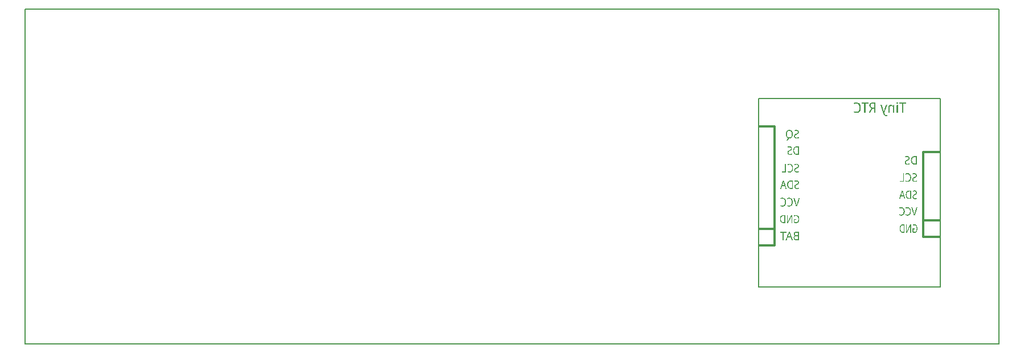
<source format=gbo>
G04 MADE WITH FRITZING*
G04 WWW.FRITZING.ORG*
G04 DOUBLE SIDED*
G04 HOLES PLATED*
G04 CONTOUR ON CENTER OF CONTOUR VECTOR*
%ASAXBY*%
%FSLAX23Y23*%
%MOIN*%
%OFA0B0*%
%SFA1.0B1.0*%
%ADD10R,1.070004X1.109304X1.056116X1.095416*%
%ADD11C,0.006944*%
%ADD12R,5.708670X1.968500X5.692670X1.952500*%
%ADD13C,0.008000*%
%ADD14C,0.012500*%
%ADD15C,0.013889*%
%ADD16R,0.001000X0.001000*%
%LNSILK0*%
G90*
G70*
G54D11*
X4298Y1440D02*
X5361Y1440D01*
X5361Y338D01*
X4298Y338D01*
X4298Y1440D01*
D02*
G54D13*
X4Y1965D02*
X5705Y1965D01*
X5705Y4D01*
X4Y4D01*
X4Y1965D01*
D02*
G54D14*
X4391Y679D02*
X4301Y679D01*
G54D15*
D02*
X5354Y729D02*
X5261Y729D01*
G54D14*
X4301Y1277D02*
X4391Y1277D01*
X4391Y581D01*
X4301Y581D01*
D02*
G54D15*
X5354Y1129D02*
X5261Y1129D01*
X5261Y630D01*
X5354Y630D01*
D02*
G54D16*
X5107Y1418D02*
X5111Y1418D01*
X4863Y1417D02*
X4875Y1417D01*
X5106Y1417D02*
X5112Y1417D01*
X4859Y1416D02*
X4878Y1416D01*
X4900Y1416D02*
X4940Y1416D01*
X4959Y1416D02*
X4980Y1416D01*
X5106Y1416D02*
X5113Y1416D01*
X5121Y1416D02*
X5161Y1416D01*
X4856Y1415D02*
X4881Y1415D01*
X4900Y1415D02*
X4940Y1415D01*
X4956Y1415D02*
X4980Y1415D01*
X5106Y1415D02*
X5113Y1415D01*
X5121Y1415D02*
X5161Y1415D01*
X4854Y1414D02*
X4883Y1414D01*
X4900Y1414D02*
X4940Y1414D01*
X4953Y1414D02*
X4980Y1414D01*
X5106Y1414D02*
X5113Y1414D01*
X5121Y1414D02*
X5161Y1414D01*
X4855Y1413D02*
X4884Y1413D01*
X4900Y1413D02*
X4940Y1413D01*
X4952Y1413D02*
X4980Y1413D01*
X5106Y1413D02*
X5113Y1413D01*
X5121Y1413D02*
X5161Y1413D01*
X4855Y1412D02*
X4886Y1412D01*
X4900Y1412D02*
X4940Y1412D01*
X4951Y1412D02*
X4980Y1412D01*
X5106Y1412D02*
X5113Y1412D01*
X5121Y1412D02*
X5161Y1412D01*
X4856Y1411D02*
X4887Y1411D01*
X4900Y1411D02*
X4940Y1411D01*
X4950Y1411D02*
X4980Y1411D01*
X5107Y1411D02*
X5112Y1411D01*
X5121Y1411D02*
X5161Y1411D01*
X4856Y1410D02*
X4862Y1410D01*
X4875Y1410D02*
X4888Y1410D01*
X4916Y1410D02*
X4923Y1410D01*
X4949Y1410D02*
X4962Y1410D01*
X4974Y1410D02*
X4980Y1410D01*
X5108Y1410D02*
X5111Y1410D01*
X5138Y1410D02*
X5145Y1410D01*
X4857Y1409D02*
X4859Y1409D01*
X4878Y1409D02*
X4889Y1409D01*
X4916Y1409D02*
X4923Y1409D01*
X4948Y1409D02*
X4958Y1409D01*
X4974Y1409D02*
X4980Y1409D01*
X5138Y1409D02*
X5145Y1409D01*
X4879Y1408D02*
X4889Y1408D01*
X4916Y1408D02*
X4923Y1408D01*
X4948Y1408D02*
X4956Y1408D01*
X4974Y1408D02*
X4980Y1408D01*
X5138Y1408D02*
X5145Y1408D01*
X4881Y1407D02*
X4890Y1407D01*
X4916Y1407D02*
X4923Y1407D01*
X4947Y1407D02*
X4955Y1407D01*
X4974Y1407D02*
X4980Y1407D01*
X5138Y1407D02*
X5145Y1407D01*
X4882Y1406D02*
X4891Y1406D01*
X4916Y1406D02*
X4923Y1406D01*
X4947Y1406D02*
X4954Y1406D01*
X4974Y1406D02*
X4980Y1406D01*
X5138Y1406D02*
X5145Y1406D01*
X4883Y1405D02*
X4891Y1405D01*
X4916Y1405D02*
X4923Y1405D01*
X4947Y1405D02*
X4954Y1405D01*
X4974Y1405D02*
X4980Y1405D01*
X5138Y1405D02*
X5145Y1405D01*
X4884Y1404D02*
X4892Y1404D01*
X4916Y1404D02*
X4923Y1404D01*
X4946Y1404D02*
X4953Y1404D01*
X4974Y1404D02*
X4980Y1404D01*
X5138Y1404D02*
X5145Y1404D01*
X4884Y1403D02*
X4892Y1403D01*
X4916Y1403D02*
X4923Y1403D01*
X4946Y1403D02*
X4953Y1403D01*
X4974Y1403D02*
X4980Y1403D01*
X5138Y1403D02*
X5145Y1403D01*
X4885Y1402D02*
X4893Y1402D01*
X4916Y1402D02*
X4923Y1402D01*
X4946Y1402D02*
X4953Y1402D01*
X4974Y1402D02*
X4980Y1402D01*
X5012Y1402D02*
X5017Y1402D01*
X5043Y1402D02*
X5049Y1402D01*
X5066Y1402D02*
X5076Y1402D01*
X5087Y1402D02*
X5091Y1402D01*
X5107Y1402D02*
X5112Y1402D01*
X5138Y1402D02*
X5145Y1402D01*
X4885Y1401D02*
X4893Y1401D01*
X4916Y1401D02*
X4923Y1401D01*
X4946Y1401D02*
X4953Y1401D01*
X4974Y1401D02*
X4980Y1401D01*
X5011Y1401D02*
X5018Y1401D01*
X5042Y1401D02*
X5049Y1401D01*
X5064Y1401D02*
X5079Y1401D01*
X5086Y1401D02*
X5091Y1401D01*
X5106Y1401D02*
X5113Y1401D01*
X5138Y1401D02*
X5145Y1401D01*
X4886Y1400D02*
X4893Y1400D01*
X4916Y1400D02*
X4923Y1400D01*
X4946Y1400D02*
X4953Y1400D01*
X4974Y1400D02*
X4980Y1400D01*
X5012Y1400D02*
X5018Y1400D01*
X5042Y1400D02*
X5049Y1400D01*
X5062Y1400D02*
X5080Y1400D01*
X5086Y1400D02*
X5091Y1400D01*
X5106Y1400D02*
X5113Y1400D01*
X5138Y1400D02*
X5145Y1400D01*
X4886Y1399D02*
X4894Y1399D01*
X4916Y1399D02*
X4923Y1399D01*
X4946Y1399D02*
X4953Y1399D01*
X4974Y1399D02*
X4980Y1399D01*
X5012Y1399D02*
X5019Y1399D01*
X5042Y1399D02*
X5048Y1399D01*
X5061Y1399D02*
X5081Y1399D01*
X5086Y1399D02*
X5091Y1399D01*
X5106Y1399D02*
X5113Y1399D01*
X5138Y1399D02*
X5145Y1399D01*
X4887Y1398D02*
X4894Y1398D01*
X4916Y1398D02*
X4923Y1398D01*
X4946Y1398D02*
X4953Y1398D01*
X4974Y1398D02*
X4980Y1398D01*
X5012Y1398D02*
X5019Y1398D01*
X5041Y1398D02*
X5048Y1398D01*
X5060Y1398D02*
X5082Y1398D01*
X5086Y1398D02*
X5091Y1398D01*
X5106Y1398D02*
X5113Y1398D01*
X5138Y1398D02*
X5145Y1398D01*
X4887Y1397D02*
X4894Y1397D01*
X4916Y1397D02*
X4923Y1397D01*
X4946Y1397D02*
X4953Y1397D01*
X4974Y1397D02*
X4980Y1397D01*
X5013Y1397D02*
X5019Y1397D01*
X5041Y1397D02*
X5048Y1397D01*
X5060Y1397D02*
X5083Y1397D01*
X5085Y1397D02*
X5091Y1397D01*
X5106Y1397D02*
X5113Y1397D01*
X5138Y1397D02*
X5145Y1397D01*
X4887Y1396D02*
X4894Y1396D01*
X4916Y1396D02*
X4923Y1396D01*
X4947Y1396D02*
X4953Y1396D01*
X4974Y1396D02*
X4980Y1396D01*
X5013Y1396D02*
X5020Y1396D01*
X5041Y1396D02*
X5047Y1396D01*
X5059Y1396D02*
X5069Y1396D01*
X5078Y1396D02*
X5091Y1396D01*
X5106Y1396D02*
X5113Y1396D01*
X5138Y1396D02*
X5145Y1396D01*
X4887Y1395D02*
X4895Y1395D01*
X4916Y1395D02*
X4923Y1395D01*
X4947Y1395D02*
X4953Y1395D01*
X4974Y1395D02*
X4980Y1395D01*
X5013Y1395D02*
X5020Y1395D01*
X5040Y1395D02*
X5047Y1395D01*
X5059Y1395D02*
X5067Y1395D01*
X5080Y1395D02*
X5091Y1395D01*
X5106Y1395D02*
X5113Y1395D01*
X5138Y1395D02*
X5145Y1395D01*
X4888Y1394D02*
X4895Y1394D01*
X4916Y1394D02*
X4923Y1394D01*
X4947Y1394D02*
X4954Y1394D01*
X4974Y1394D02*
X4980Y1394D01*
X5014Y1394D02*
X5020Y1394D01*
X5040Y1394D02*
X5046Y1394D01*
X5058Y1394D02*
X5066Y1394D01*
X5081Y1394D02*
X5091Y1394D01*
X5106Y1394D02*
X5113Y1394D01*
X5138Y1394D02*
X5145Y1394D01*
X4888Y1393D02*
X4895Y1393D01*
X4916Y1393D02*
X4923Y1393D01*
X4947Y1393D02*
X4954Y1393D01*
X4974Y1393D02*
X4980Y1393D01*
X5014Y1393D02*
X5020Y1393D01*
X5040Y1393D02*
X5046Y1393D01*
X5058Y1393D02*
X5065Y1393D01*
X5082Y1393D02*
X5091Y1393D01*
X5106Y1393D02*
X5113Y1393D01*
X5138Y1393D02*
X5145Y1393D01*
X4888Y1392D02*
X4895Y1392D01*
X4916Y1392D02*
X4923Y1392D01*
X4948Y1392D02*
X4955Y1392D01*
X4974Y1392D02*
X4980Y1392D01*
X5014Y1392D02*
X5021Y1392D01*
X5039Y1392D02*
X5046Y1392D01*
X5058Y1392D02*
X5065Y1392D01*
X5083Y1392D02*
X5091Y1392D01*
X5106Y1392D02*
X5113Y1392D01*
X5138Y1392D02*
X5145Y1392D01*
X4888Y1391D02*
X4895Y1391D01*
X4916Y1391D02*
X4923Y1391D01*
X4948Y1391D02*
X4956Y1391D01*
X4974Y1391D02*
X4980Y1391D01*
X5015Y1391D02*
X5021Y1391D01*
X5039Y1391D02*
X5045Y1391D01*
X5058Y1391D02*
X5064Y1391D01*
X5083Y1391D02*
X5091Y1391D01*
X5106Y1391D02*
X5113Y1391D01*
X5138Y1391D02*
X5145Y1391D01*
X4888Y1390D02*
X4895Y1390D01*
X4916Y1390D02*
X4923Y1390D01*
X4949Y1390D02*
X4958Y1390D01*
X4974Y1390D02*
X4980Y1390D01*
X5015Y1390D02*
X5021Y1390D01*
X5039Y1390D02*
X5045Y1390D01*
X5058Y1390D02*
X5064Y1390D01*
X5084Y1390D02*
X5091Y1390D01*
X5106Y1390D02*
X5113Y1390D01*
X5138Y1390D02*
X5145Y1390D01*
X4888Y1389D02*
X4895Y1389D01*
X4916Y1389D02*
X4923Y1389D01*
X4950Y1389D02*
X4960Y1389D01*
X4974Y1389D02*
X4980Y1389D01*
X5016Y1389D02*
X5022Y1389D01*
X5038Y1389D02*
X5045Y1389D01*
X5058Y1389D02*
X5064Y1389D01*
X5084Y1389D02*
X5091Y1389D01*
X5106Y1389D02*
X5113Y1389D01*
X5138Y1389D02*
X5145Y1389D01*
X4888Y1388D02*
X4895Y1388D01*
X4916Y1388D02*
X4923Y1388D01*
X4951Y1388D02*
X4980Y1388D01*
X5016Y1388D02*
X5022Y1388D01*
X5038Y1388D02*
X5044Y1388D01*
X5057Y1388D02*
X5064Y1388D01*
X5084Y1388D02*
X5091Y1388D01*
X5106Y1388D02*
X5113Y1388D01*
X5138Y1388D02*
X5145Y1388D01*
X4888Y1387D02*
X4895Y1387D01*
X4916Y1387D02*
X4923Y1387D01*
X4952Y1387D02*
X4980Y1387D01*
X5016Y1387D02*
X5022Y1387D01*
X5038Y1387D02*
X5044Y1387D01*
X5057Y1387D02*
X5064Y1387D01*
X5084Y1387D02*
X5091Y1387D01*
X5106Y1387D02*
X5113Y1387D01*
X5138Y1387D02*
X5145Y1387D01*
X4888Y1386D02*
X4895Y1386D01*
X4916Y1386D02*
X4923Y1386D01*
X4954Y1386D02*
X4980Y1386D01*
X5017Y1386D02*
X5023Y1386D01*
X5037Y1386D02*
X5043Y1386D01*
X5057Y1386D02*
X5064Y1386D01*
X5085Y1386D02*
X5091Y1386D01*
X5106Y1386D02*
X5113Y1386D01*
X5138Y1386D02*
X5145Y1386D01*
X4888Y1385D02*
X4895Y1385D01*
X4916Y1385D02*
X4923Y1385D01*
X4956Y1385D02*
X4980Y1385D01*
X5017Y1385D02*
X5023Y1385D01*
X5037Y1385D02*
X5043Y1385D01*
X5057Y1385D02*
X5064Y1385D01*
X5085Y1385D02*
X5091Y1385D01*
X5106Y1385D02*
X5113Y1385D01*
X5138Y1385D02*
X5145Y1385D01*
X4888Y1384D02*
X4895Y1384D01*
X4916Y1384D02*
X4923Y1384D01*
X4957Y1384D02*
X4980Y1384D01*
X5017Y1384D02*
X5023Y1384D01*
X5037Y1384D02*
X5043Y1384D01*
X5057Y1384D02*
X5064Y1384D01*
X5085Y1384D02*
X5091Y1384D01*
X5106Y1384D02*
X5113Y1384D01*
X5138Y1384D02*
X5145Y1384D01*
X4888Y1383D02*
X4895Y1383D01*
X4916Y1383D02*
X4923Y1383D01*
X4957Y1383D02*
X4980Y1383D01*
X5018Y1383D02*
X5024Y1383D01*
X5036Y1383D02*
X5042Y1383D01*
X5057Y1383D02*
X5064Y1383D01*
X5085Y1383D02*
X5091Y1383D01*
X5106Y1383D02*
X5113Y1383D01*
X5138Y1383D02*
X5145Y1383D01*
X4888Y1382D02*
X4895Y1382D01*
X4916Y1382D02*
X4923Y1382D01*
X4957Y1382D02*
X4980Y1382D01*
X5018Y1382D02*
X5024Y1382D01*
X5036Y1382D02*
X5042Y1382D01*
X5057Y1382D02*
X5064Y1382D01*
X5085Y1382D02*
X5091Y1382D01*
X5106Y1382D02*
X5113Y1382D01*
X5138Y1382D02*
X5145Y1382D01*
X4888Y1381D02*
X4895Y1381D01*
X4916Y1381D02*
X4923Y1381D01*
X4956Y1381D02*
X4963Y1381D01*
X4974Y1381D02*
X4980Y1381D01*
X5018Y1381D02*
X5024Y1381D01*
X5036Y1381D02*
X5042Y1381D01*
X5057Y1381D02*
X5064Y1381D01*
X5085Y1381D02*
X5091Y1381D01*
X5106Y1381D02*
X5113Y1381D01*
X5138Y1381D02*
X5145Y1381D01*
X4888Y1380D02*
X4895Y1380D01*
X4916Y1380D02*
X4923Y1380D01*
X4955Y1380D02*
X4963Y1380D01*
X4974Y1380D02*
X4980Y1380D01*
X5019Y1380D02*
X5025Y1380D01*
X5035Y1380D02*
X5041Y1380D01*
X5057Y1380D02*
X5064Y1380D01*
X5085Y1380D02*
X5091Y1380D01*
X5106Y1380D02*
X5113Y1380D01*
X5138Y1380D02*
X5145Y1380D01*
X4888Y1379D02*
X4895Y1379D01*
X4916Y1379D02*
X4923Y1379D01*
X4955Y1379D02*
X4962Y1379D01*
X4974Y1379D02*
X4980Y1379D01*
X5019Y1379D02*
X5025Y1379D01*
X5035Y1379D02*
X5041Y1379D01*
X5057Y1379D02*
X5064Y1379D01*
X5085Y1379D02*
X5091Y1379D01*
X5106Y1379D02*
X5113Y1379D01*
X5138Y1379D02*
X5145Y1379D01*
X4887Y1378D02*
X4894Y1378D01*
X4916Y1378D02*
X4923Y1378D01*
X4954Y1378D02*
X4961Y1378D01*
X4974Y1378D02*
X4980Y1378D01*
X5019Y1378D02*
X5025Y1378D01*
X5035Y1378D02*
X5041Y1378D01*
X5057Y1378D02*
X5064Y1378D01*
X5085Y1378D02*
X5091Y1378D01*
X5106Y1378D02*
X5113Y1378D01*
X5138Y1378D02*
X5145Y1378D01*
X4887Y1377D02*
X4894Y1377D01*
X4916Y1377D02*
X4923Y1377D01*
X4954Y1377D02*
X4961Y1377D01*
X4974Y1377D02*
X4980Y1377D01*
X5020Y1377D02*
X5026Y1377D01*
X5034Y1377D02*
X5040Y1377D01*
X5057Y1377D02*
X5064Y1377D01*
X5085Y1377D02*
X5091Y1377D01*
X5106Y1377D02*
X5113Y1377D01*
X5138Y1377D02*
X5145Y1377D01*
X4887Y1376D02*
X4894Y1376D01*
X4916Y1376D02*
X4923Y1376D01*
X4953Y1376D02*
X4960Y1376D01*
X4974Y1376D02*
X4980Y1376D01*
X5020Y1376D02*
X5026Y1376D01*
X5034Y1376D02*
X5040Y1376D01*
X5057Y1376D02*
X5064Y1376D01*
X5085Y1376D02*
X5091Y1376D01*
X5106Y1376D02*
X5113Y1376D01*
X5138Y1376D02*
X5145Y1376D01*
X4887Y1375D02*
X4894Y1375D01*
X4916Y1375D02*
X4923Y1375D01*
X4952Y1375D02*
X4960Y1375D01*
X4974Y1375D02*
X4980Y1375D01*
X5020Y1375D02*
X5026Y1375D01*
X5034Y1375D02*
X5039Y1375D01*
X5057Y1375D02*
X5064Y1375D01*
X5085Y1375D02*
X5091Y1375D01*
X5106Y1375D02*
X5113Y1375D01*
X5138Y1375D02*
X5145Y1375D01*
X4886Y1374D02*
X4894Y1374D01*
X4916Y1374D02*
X4923Y1374D01*
X4952Y1374D02*
X4959Y1374D01*
X4974Y1374D02*
X4980Y1374D01*
X5021Y1374D02*
X5027Y1374D01*
X5033Y1374D02*
X5039Y1374D01*
X5057Y1374D02*
X5064Y1374D01*
X5085Y1374D02*
X5091Y1374D01*
X5106Y1374D02*
X5113Y1374D01*
X5138Y1374D02*
X5145Y1374D01*
X4886Y1373D02*
X4893Y1373D01*
X4916Y1373D02*
X4923Y1373D01*
X4951Y1373D02*
X4959Y1373D01*
X4974Y1373D02*
X4980Y1373D01*
X5021Y1373D02*
X5027Y1373D01*
X5033Y1373D02*
X5039Y1373D01*
X5057Y1373D02*
X5064Y1373D01*
X5085Y1373D02*
X5091Y1373D01*
X5106Y1373D02*
X5113Y1373D01*
X5138Y1373D02*
X5145Y1373D01*
X4885Y1372D02*
X4893Y1372D01*
X4916Y1372D02*
X4923Y1372D01*
X4951Y1372D02*
X4958Y1372D01*
X4974Y1372D02*
X4980Y1372D01*
X5021Y1372D02*
X5027Y1372D01*
X5033Y1372D02*
X5038Y1372D01*
X5057Y1372D02*
X5064Y1372D01*
X5085Y1372D02*
X5091Y1372D01*
X5106Y1372D02*
X5113Y1372D01*
X5138Y1372D02*
X5145Y1372D01*
X4885Y1371D02*
X4893Y1371D01*
X4916Y1371D02*
X4923Y1371D01*
X4950Y1371D02*
X4957Y1371D01*
X4974Y1371D02*
X4980Y1371D01*
X5022Y1371D02*
X5027Y1371D01*
X5032Y1371D02*
X5038Y1371D01*
X5057Y1371D02*
X5064Y1371D01*
X5085Y1371D02*
X5091Y1371D01*
X5106Y1371D02*
X5113Y1371D01*
X5138Y1371D02*
X5145Y1371D01*
X4884Y1370D02*
X4892Y1370D01*
X4916Y1370D02*
X4923Y1370D01*
X4949Y1370D02*
X4957Y1370D01*
X4974Y1370D02*
X4980Y1370D01*
X5022Y1370D02*
X5028Y1370D01*
X5032Y1370D02*
X5038Y1370D01*
X5057Y1370D02*
X5064Y1370D01*
X5085Y1370D02*
X5091Y1370D01*
X5106Y1370D02*
X5113Y1370D01*
X5138Y1370D02*
X5145Y1370D01*
X4883Y1369D02*
X4892Y1369D01*
X4916Y1369D02*
X4923Y1369D01*
X4949Y1369D02*
X4956Y1369D01*
X4974Y1369D02*
X4980Y1369D01*
X5022Y1369D02*
X5028Y1369D01*
X5032Y1369D02*
X5037Y1369D01*
X5057Y1369D02*
X5064Y1369D01*
X5085Y1369D02*
X5091Y1369D01*
X5106Y1369D02*
X5113Y1369D01*
X5138Y1369D02*
X5145Y1369D01*
X4882Y1368D02*
X4891Y1368D01*
X4916Y1368D02*
X4923Y1368D01*
X4948Y1368D02*
X4956Y1368D01*
X4974Y1368D02*
X4980Y1368D01*
X5023Y1368D02*
X5028Y1368D01*
X5031Y1368D02*
X5037Y1368D01*
X5057Y1368D02*
X5064Y1368D01*
X5085Y1368D02*
X5091Y1368D01*
X5106Y1368D02*
X5113Y1368D01*
X5138Y1368D02*
X5145Y1368D01*
X4881Y1367D02*
X4891Y1367D01*
X4916Y1367D02*
X4923Y1367D01*
X4948Y1367D02*
X4955Y1367D01*
X4974Y1367D02*
X4980Y1367D01*
X5023Y1367D02*
X5029Y1367D01*
X5031Y1367D02*
X5036Y1367D01*
X5057Y1367D02*
X5064Y1367D01*
X5085Y1367D02*
X5091Y1367D01*
X5106Y1367D02*
X5113Y1367D01*
X5138Y1367D02*
X5145Y1367D01*
X4880Y1366D02*
X4890Y1366D01*
X4916Y1366D02*
X4923Y1366D01*
X4947Y1366D02*
X4955Y1366D01*
X4974Y1366D02*
X4980Y1366D01*
X5023Y1366D02*
X5029Y1366D01*
X5031Y1366D02*
X5036Y1366D01*
X5057Y1366D02*
X5064Y1366D01*
X5085Y1366D02*
X5091Y1366D01*
X5106Y1366D02*
X5113Y1366D01*
X5138Y1366D02*
X5145Y1366D01*
X4856Y1365D02*
X4857Y1365D01*
X4878Y1365D02*
X4889Y1365D01*
X4916Y1365D02*
X4923Y1365D01*
X4946Y1365D02*
X4954Y1365D01*
X4974Y1365D02*
X4980Y1365D01*
X5024Y1365D02*
X5029Y1365D01*
X5031Y1365D02*
X5036Y1365D01*
X5057Y1365D02*
X5064Y1365D01*
X5085Y1365D02*
X5091Y1365D01*
X5106Y1365D02*
X5113Y1365D01*
X5138Y1365D02*
X5145Y1365D01*
X4856Y1364D02*
X4861Y1364D01*
X4876Y1364D02*
X4888Y1364D01*
X4916Y1364D02*
X4923Y1364D01*
X4946Y1364D02*
X4953Y1364D01*
X4974Y1364D02*
X4980Y1364D01*
X5024Y1364D02*
X5035Y1364D01*
X5057Y1364D02*
X5064Y1364D01*
X5085Y1364D02*
X5091Y1364D01*
X5106Y1364D02*
X5113Y1364D01*
X5138Y1364D02*
X5145Y1364D01*
X4856Y1363D02*
X4887Y1363D01*
X4916Y1363D02*
X4923Y1363D01*
X4945Y1363D02*
X4953Y1363D01*
X4974Y1363D02*
X4980Y1363D01*
X5025Y1363D02*
X5035Y1363D01*
X5057Y1363D02*
X5064Y1363D01*
X5085Y1363D02*
X5091Y1363D01*
X5106Y1363D02*
X5113Y1363D01*
X5138Y1363D02*
X5145Y1363D01*
X4856Y1362D02*
X4886Y1362D01*
X4916Y1362D02*
X4923Y1362D01*
X4945Y1362D02*
X4952Y1362D01*
X4974Y1362D02*
X4980Y1362D01*
X5025Y1362D02*
X5035Y1362D01*
X5057Y1362D02*
X5064Y1362D01*
X5085Y1362D02*
X5091Y1362D01*
X5106Y1362D02*
X5113Y1362D01*
X5138Y1362D02*
X5145Y1362D01*
X4856Y1361D02*
X4885Y1361D01*
X4916Y1361D02*
X4923Y1361D01*
X4944Y1361D02*
X4952Y1361D01*
X4974Y1361D02*
X4980Y1361D01*
X5025Y1361D02*
X5034Y1361D01*
X5057Y1361D02*
X5064Y1361D01*
X5085Y1361D02*
X5091Y1361D01*
X5106Y1361D02*
X5113Y1361D01*
X5138Y1361D02*
X5145Y1361D01*
X4856Y1360D02*
X4884Y1360D01*
X4916Y1360D02*
X4923Y1360D01*
X4943Y1360D02*
X4951Y1360D01*
X4974Y1360D02*
X4980Y1360D01*
X5026Y1360D02*
X5034Y1360D01*
X5057Y1360D02*
X5064Y1360D01*
X5085Y1360D02*
X5091Y1360D01*
X5106Y1360D02*
X5113Y1360D01*
X5138Y1360D02*
X5145Y1360D01*
X4857Y1359D02*
X4882Y1359D01*
X4916Y1359D02*
X4923Y1359D01*
X4943Y1359D02*
X4950Y1359D01*
X4974Y1359D02*
X4980Y1359D01*
X5026Y1359D02*
X5033Y1359D01*
X5057Y1359D02*
X5064Y1359D01*
X5085Y1359D02*
X5091Y1359D01*
X5106Y1359D02*
X5113Y1359D01*
X5138Y1359D02*
X5145Y1359D01*
X4859Y1358D02*
X4879Y1358D01*
X4916Y1358D02*
X4923Y1358D01*
X4942Y1358D02*
X4950Y1358D01*
X4974Y1358D02*
X4980Y1358D01*
X5026Y1358D02*
X5033Y1358D01*
X5057Y1358D02*
X5064Y1358D01*
X5085Y1358D02*
X5091Y1358D01*
X5106Y1358D02*
X5113Y1358D01*
X5138Y1358D02*
X5145Y1358D01*
X4863Y1357D02*
X4875Y1357D01*
X5027Y1357D02*
X5033Y1357D01*
X5027Y1356D02*
X5033Y1356D01*
X5027Y1355D02*
X5033Y1355D01*
X5028Y1354D02*
X5034Y1354D01*
X5028Y1353D02*
X5034Y1353D01*
X5028Y1352D02*
X5034Y1352D01*
X5029Y1351D02*
X5035Y1351D01*
X5029Y1350D02*
X5035Y1350D01*
X5029Y1349D02*
X5036Y1349D01*
X5030Y1348D02*
X5036Y1348D01*
X5030Y1347D02*
X5037Y1347D01*
X5031Y1346D02*
X5038Y1346D01*
X5031Y1345D02*
X5039Y1345D01*
X5032Y1344D02*
X5040Y1344D01*
X5032Y1343D02*
X5049Y1343D01*
X5033Y1342D02*
X5049Y1342D01*
X5034Y1341D02*
X5049Y1341D01*
X5035Y1340D02*
X5049Y1340D01*
X5037Y1339D02*
X5049Y1339D01*
X5039Y1338D02*
X5048Y1338D01*
X4474Y1257D02*
X4481Y1257D01*
X4515Y1257D02*
X4521Y1257D01*
X4470Y1256D02*
X4485Y1256D01*
X4510Y1256D02*
X4524Y1256D01*
X4468Y1255D02*
X4487Y1255D01*
X4507Y1255D02*
X4526Y1255D01*
X4467Y1254D02*
X4488Y1254D01*
X4507Y1254D02*
X4528Y1254D01*
X4465Y1253D02*
X4490Y1253D01*
X4507Y1253D02*
X4529Y1253D01*
X4464Y1252D02*
X4491Y1252D01*
X4507Y1252D02*
X4530Y1252D01*
X4463Y1251D02*
X4472Y1251D01*
X4483Y1251D02*
X4492Y1251D01*
X4508Y1251D02*
X4512Y1251D01*
X4523Y1251D02*
X4530Y1251D01*
X4462Y1250D02*
X4470Y1250D01*
X4485Y1250D02*
X4493Y1250D01*
X4508Y1250D02*
X4509Y1250D01*
X4525Y1250D02*
X4531Y1250D01*
X4462Y1249D02*
X4468Y1249D01*
X4486Y1249D02*
X4493Y1249D01*
X4526Y1249D02*
X4531Y1249D01*
X4461Y1248D02*
X4467Y1248D01*
X4487Y1248D02*
X4494Y1248D01*
X4526Y1248D02*
X4531Y1248D01*
X4461Y1247D02*
X4467Y1247D01*
X4488Y1247D02*
X4494Y1247D01*
X4527Y1247D02*
X4532Y1247D01*
X4460Y1246D02*
X4466Y1246D01*
X4489Y1246D02*
X4495Y1246D01*
X4527Y1246D02*
X4532Y1246D01*
X4460Y1245D02*
X4465Y1245D01*
X4489Y1245D02*
X4495Y1245D01*
X4527Y1245D02*
X4532Y1245D01*
X4459Y1244D02*
X4465Y1244D01*
X4490Y1244D02*
X4496Y1244D01*
X4527Y1244D02*
X4532Y1244D01*
X4459Y1243D02*
X4464Y1243D01*
X4490Y1243D02*
X4496Y1243D01*
X4527Y1243D02*
X4532Y1243D01*
X4459Y1242D02*
X4464Y1242D01*
X4491Y1242D02*
X4496Y1242D01*
X4527Y1242D02*
X4532Y1242D01*
X4458Y1241D02*
X4464Y1241D01*
X4491Y1241D02*
X4496Y1241D01*
X4526Y1241D02*
X4531Y1241D01*
X4458Y1240D02*
X4464Y1240D01*
X4491Y1240D02*
X4497Y1240D01*
X4526Y1240D02*
X4531Y1240D01*
X4458Y1239D02*
X4463Y1239D01*
X4491Y1239D02*
X4497Y1239D01*
X4525Y1239D02*
X4531Y1239D01*
X4458Y1238D02*
X4463Y1238D01*
X4492Y1238D02*
X4497Y1238D01*
X4524Y1238D02*
X4531Y1238D01*
X4458Y1237D02*
X4463Y1237D01*
X4492Y1237D02*
X4497Y1237D01*
X4523Y1237D02*
X4530Y1237D01*
X4458Y1236D02*
X4463Y1236D01*
X4492Y1236D02*
X4497Y1236D01*
X4521Y1236D02*
X4529Y1236D01*
X4458Y1235D02*
X4463Y1235D01*
X4492Y1235D02*
X4497Y1235D01*
X4518Y1235D02*
X4529Y1235D01*
X4458Y1234D02*
X4463Y1234D01*
X4492Y1234D02*
X4497Y1234D01*
X4516Y1234D02*
X4528Y1234D01*
X4457Y1233D02*
X4463Y1233D01*
X4492Y1233D02*
X4497Y1233D01*
X4514Y1233D02*
X4526Y1233D01*
X4457Y1232D02*
X4463Y1232D01*
X4492Y1232D02*
X4497Y1232D01*
X4512Y1232D02*
X4525Y1232D01*
X4457Y1231D02*
X4463Y1231D01*
X4492Y1231D02*
X4497Y1231D01*
X4511Y1231D02*
X4523Y1231D01*
X4458Y1230D02*
X4463Y1230D01*
X4492Y1230D02*
X4497Y1230D01*
X4510Y1230D02*
X4521Y1230D01*
X4458Y1229D02*
X4463Y1229D01*
X4492Y1229D02*
X4497Y1229D01*
X4509Y1229D02*
X4519Y1229D01*
X4458Y1228D02*
X4463Y1228D01*
X4492Y1228D02*
X4497Y1228D01*
X4508Y1228D02*
X4517Y1228D01*
X4458Y1227D02*
X4463Y1227D01*
X4492Y1227D02*
X4497Y1227D01*
X4507Y1227D02*
X4515Y1227D01*
X4458Y1226D02*
X4463Y1226D01*
X4492Y1226D02*
X4497Y1226D01*
X4507Y1226D02*
X4514Y1226D01*
X4458Y1225D02*
X4463Y1225D01*
X4491Y1225D02*
X4497Y1225D01*
X4506Y1225D02*
X4512Y1225D01*
X4458Y1224D02*
X4464Y1224D01*
X4491Y1224D02*
X4497Y1224D01*
X4506Y1224D02*
X4511Y1224D01*
X4458Y1223D02*
X4464Y1223D01*
X4491Y1223D02*
X4496Y1223D01*
X4506Y1223D02*
X4511Y1223D01*
X4459Y1222D02*
X4464Y1222D01*
X4491Y1222D02*
X4496Y1222D01*
X4506Y1222D02*
X4511Y1222D01*
X4459Y1221D02*
X4464Y1221D01*
X4490Y1221D02*
X4496Y1221D01*
X4506Y1221D02*
X4511Y1221D01*
X4459Y1220D02*
X4465Y1220D01*
X4490Y1220D02*
X4496Y1220D01*
X4506Y1220D02*
X4510Y1220D01*
X4460Y1219D02*
X4465Y1219D01*
X4490Y1219D02*
X4495Y1219D01*
X4506Y1219D02*
X4510Y1219D01*
X4460Y1218D02*
X4466Y1218D01*
X4489Y1218D02*
X4495Y1218D01*
X4506Y1218D02*
X4511Y1218D01*
X4460Y1217D02*
X4466Y1217D01*
X4488Y1217D02*
X4495Y1217D01*
X4506Y1217D02*
X4511Y1217D01*
X4461Y1216D02*
X4467Y1216D01*
X4488Y1216D02*
X4494Y1216D01*
X4506Y1216D02*
X4511Y1216D01*
X4462Y1215D02*
X4468Y1215D01*
X4487Y1215D02*
X4493Y1215D01*
X4506Y1215D02*
X4512Y1215D01*
X4462Y1214D02*
X4469Y1214D01*
X4485Y1214D02*
X4493Y1214D01*
X4507Y1214D02*
X4513Y1214D01*
X4532Y1214D02*
X4532Y1214D01*
X4463Y1213D02*
X4471Y1213D01*
X4484Y1213D02*
X4492Y1213D01*
X4507Y1213D02*
X4514Y1213D01*
X4529Y1213D02*
X4532Y1213D01*
X4464Y1212D02*
X4476Y1212D01*
X4479Y1212D02*
X4491Y1212D01*
X4508Y1212D02*
X4518Y1212D01*
X4524Y1212D02*
X4532Y1212D01*
X4465Y1211D02*
X4490Y1211D01*
X4509Y1211D02*
X4532Y1211D01*
X4466Y1210D02*
X4489Y1210D01*
X4510Y1210D02*
X4532Y1210D01*
X4468Y1209D02*
X4487Y1209D01*
X4511Y1209D02*
X4532Y1209D01*
X4469Y1208D02*
X4486Y1208D01*
X4513Y1208D02*
X4531Y1208D01*
X4469Y1207D02*
X4483Y1207D01*
X4516Y1207D02*
X4528Y1207D01*
X4469Y1206D02*
X4474Y1206D01*
X4468Y1205D02*
X4474Y1205D01*
X4467Y1204D02*
X4473Y1204D01*
X4467Y1203D02*
X4473Y1203D01*
X4466Y1202D02*
X4472Y1202D01*
X4465Y1201D02*
X4472Y1201D01*
X4464Y1200D02*
X4471Y1200D01*
X4463Y1199D02*
X4470Y1199D01*
X4461Y1198D02*
X4469Y1198D01*
X4462Y1197D02*
X4468Y1197D01*
X4462Y1196D02*
X4467Y1196D01*
X4463Y1195D02*
X4466Y1195D01*
X4464Y1194D02*
X4465Y1194D01*
X4472Y1160D02*
X4484Y1160D01*
X4517Y1160D02*
X4532Y1160D01*
X4469Y1159D02*
X4486Y1159D01*
X4513Y1159D02*
X4532Y1159D01*
X4468Y1158D02*
X4487Y1158D01*
X4511Y1158D02*
X4532Y1158D01*
X4468Y1157D02*
X4488Y1157D01*
X4509Y1157D02*
X4532Y1157D01*
X4468Y1156D02*
X4489Y1156D01*
X4508Y1156D02*
X4532Y1156D01*
X4469Y1155D02*
X4475Y1155D01*
X4482Y1155D02*
X4490Y1155D01*
X4507Y1155D02*
X4532Y1155D01*
X4469Y1154D02*
X4471Y1154D01*
X4484Y1154D02*
X4490Y1154D01*
X4506Y1154D02*
X4515Y1154D01*
X4527Y1154D02*
X4532Y1154D01*
X4485Y1153D02*
X4491Y1153D01*
X4505Y1153D02*
X4513Y1153D01*
X4527Y1153D02*
X4532Y1153D01*
X4486Y1152D02*
X4491Y1152D01*
X4504Y1152D02*
X4511Y1152D01*
X4527Y1152D02*
X4532Y1152D01*
X4487Y1151D02*
X4491Y1151D01*
X4504Y1151D02*
X4510Y1151D01*
X4527Y1151D02*
X4532Y1151D01*
X4487Y1150D02*
X4491Y1150D01*
X4503Y1150D02*
X4509Y1150D01*
X4527Y1150D02*
X4532Y1150D01*
X4487Y1149D02*
X4491Y1149D01*
X4503Y1149D02*
X4508Y1149D01*
X4527Y1149D02*
X4532Y1149D01*
X4487Y1148D02*
X4491Y1148D01*
X4502Y1148D02*
X4508Y1148D01*
X4527Y1148D02*
X4532Y1148D01*
X4487Y1147D02*
X4491Y1147D01*
X4502Y1147D02*
X4507Y1147D01*
X4527Y1147D02*
X4532Y1147D01*
X4487Y1146D02*
X4491Y1146D01*
X4501Y1146D02*
X4507Y1146D01*
X4527Y1146D02*
X4532Y1146D01*
X4487Y1145D02*
X4491Y1145D01*
X4501Y1145D02*
X4506Y1145D01*
X4527Y1145D02*
X4532Y1145D01*
X4486Y1144D02*
X4491Y1144D01*
X4501Y1144D02*
X4506Y1144D01*
X4527Y1144D02*
X4532Y1144D01*
X4485Y1143D02*
X4491Y1143D01*
X4501Y1143D02*
X4506Y1143D01*
X4527Y1143D02*
X4532Y1143D01*
X4485Y1142D02*
X4490Y1142D01*
X4501Y1142D02*
X4506Y1142D01*
X4527Y1142D02*
X4532Y1142D01*
X4483Y1141D02*
X4490Y1141D01*
X4500Y1141D02*
X4506Y1141D01*
X4527Y1141D02*
X4532Y1141D01*
X4482Y1140D02*
X4489Y1140D01*
X4500Y1140D02*
X4505Y1140D01*
X4527Y1140D02*
X4532Y1140D01*
X4480Y1139D02*
X4489Y1139D01*
X4500Y1139D02*
X4505Y1139D01*
X4527Y1139D02*
X4532Y1139D01*
X4478Y1138D02*
X4488Y1138D01*
X4500Y1138D02*
X4505Y1138D01*
X4527Y1138D02*
X4532Y1138D01*
X4476Y1137D02*
X4487Y1137D01*
X4500Y1137D02*
X4505Y1137D01*
X4527Y1137D02*
X4532Y1137D01*
X4474Y1136D02*
X4485Y1136D01*
X4500Y1136D02*
X4505Y1136D01*
X4527Y1136D02*
X4532Y1136D01*
X4472Y1135D02*
X4484Y1135D01*
X4500Y1135D02*
X4505Y1135D01*
X4527Y1135D02*
X4532Y1135D01*
X4471Y1134D02*
X4482Y1134D01*
X4500Y1134D02*
X4505Y1134D01*
X4527Y1134D02*
X4532Y1134D01*
X4470Y1133D02*
X4480Y1133D01*
X4500Y1133D02*
X4505Y1133D01*
X4527Y1133D02*
X4532Y1133D01*
X4469Y1132D02*
X4478Y1132D01*
X4500Y1132D02*
X4505Y1132D01*
X4527Y1132D02*
X4532Y1132D01*
X4468Y1131D02*
X4476Y1131D01*
X4500Y1131D02*
X4505Y1131D01*
X4527Y1131D02*
X4532Y1131D01*
X4468Y1130D02*
X4475Y1130D01*
X4500Y1130D02*
X4506Y1130D01*
X4527Y1130D02*
X4532Y1130D01*
X4467Y1129D02*
X4473Y1129D01*
X4501Y1129D02*
X4506Y1129D01*
X4527Y1129D02*
X4532Y1129D01*
X4467Y1128D02*
X4472Y1128D01*
X4501Y1128D02*
X4506Y1128D01*
X4527Y1128D02*
X4532Y1128D01*
X4467Y1127D02*
X4472Y1127D01*
X4501Y1127D02*
X4506Y1127D01*
X4527Y1127D02*
X4532Y1127D01*
X4467Y1126D02*
X4472Y1126D01*
X4501Y1126D02*
X4507Y1126D01*
X4527Y1126D02*
X4532Y1126D01*
X4467Y1125D02*
X4471Y1125D01*
X4502Y1125D02*
X4507Y1125D01*
X4527Y1125D02*
X4532Y1125D01*
X4467Y1124D02*
X4471Y1124D01*
X4502Y1124D02*
X4507Y1124D01*
X4527Y1124D02*
X4532Y1124D01*
X4467Y1123D02*
X4471Y1123D01*
X4502Y1123D02*
X4508Y1123D01*
X4527Y1123D02*
X4532Y1123D01*
X4467Y1122D02*
X4471Y1122D01*
X4503Y1122D02*
X4509Y1122D01*
X4527Y1122D02*
X4532Y1122D01*
X4467Y1121D02*
X4472Y1121D01*
X4503Y1121D02*
X4509Y1121D01*
X4527Y1121D02*
X4532Y1121D01*
X4467Y1120D02*
X4472Y1120D01*
X4504Y1120D02*
X4510Y1120D01*
X4527Y1120D02*
X4532Y1120D01*
X4467Y1119D02*
X4472Y1119D01*
X4504Y1119D02*
X4511Y1119D01*
X4527Y1119D02*
X4532Y1119D01*
X4468Y1118D02*
X4473Y1118D01*
X4492Y1118D02*
X4492Y1118D01*
X4505Y1118D02*
X4513Y1118D01*
X4527Y1118D02*
X4532Y1118D01*
X4468Y1117D02*
X4474Y1117D01*
X4490Y1117D02*
X4492Y1117D01*
X4506Y1117D02*
X4516Y1117D01*
X4527Y1117D02*
X4532Y1117D01*
X4469Y1116D02*
X4477Y1116D01*
X4486Y1116D02*
X4492Y1116D01*
X4507Y1116D02*
X4532Y1116D01*
X4470Y1115D02*
X4492Y1115D01*
X4508Y1115D02*
X4532Y1115D01*
X4470Y1114D02*
X4492Y1114D01*
X4509Y1114D02*
X4532Y1114D01*
X4472Y1113D02*
X4492Y1113D01*
X4511Y1113D02*
X4532Y1113D01*
X4473Y1112D02*
X4491Y1112D01*
X4513Y1112D02*
X4532Y1112D01*
X4475Y1111D02*
X4489Y1111D01*
X4518Y1111D02*
X4532Y1111D01*
X5160Y1103D02*
X5172Y1103D01*
X5208Y1103D02*
X5223Y1103D01*
X5157Y1102D02*
X5174Y1102D01*
X5203Y1102D02*
X5223Y1102D01*
X5155Y1101D02*
X5176Y1101D01*
X5201Y1101D02*
X5223Y1101D01*
X5155Y1100D02*
X5177Y1100D01*
X5199Y1100D02*
X5223Y1100D01*
X5156Y1099D02*
X5178Y1099D01*
X5198Y1099D02*
X5223Y1099D01*
X5156Y1098D02*
X5163Y1098D01*
X5170Y1098D02*
X5179Y1098D01*
X5196Y1098D02*
X5223Y1098D01*
X5157Y1097D02*
X5159Y1097D01*
X5173Y1097D02*
X5179Y1097D01*
X5195Y1097D02*
X5205Y1097D01*
X5218Y1097D02*
X5223Y1097D01*
X5174Y1096D02*
X5180Y1096D01*
X5195Y1096D02*
X5203Y1096D01*
X5218Y1096D02*
X5223Y1096D01*
X5175Y1095D02*
X5180Y1095D01*
X5194Y1095D02*
X5201Y1095D01*
X5218Y1095D02*
X5223Y1095D01*
X5175Y1094D02*
X5180Y1094D01*
X5193Y1094D02*
X5200Y1094D01*
X5218Y1094D02*
X5223Y1094D01*
X5175Y1093D02*
X5180Y1093D01*
X5193Y1093D02*
X5199Y1093D01*
X5218Y1093D02*
X5223Y1093D01*
X5176Y1092D02*
X5180Y1092D01*
X5192Y1092D02*
X5198Y1092D01*
X5218Y1092D02*
X5223Y1092D01*
X5176Y1091D02*
X5180Y1091D01*
X5192Y1091D02*
X5198Y1091D01*
X5218Y1091D02*
X5223Y1091D01*
X5176Y1090D02*
X5180Y1090D01*
X5191Y1090D02*
X5197Y1090D01*
X5218Y1090D02*
X5223Y1090D01*
X5175Y1089D02*
X5180Y1089D01*
X5191Y1089D02*
X5197Y1089D01*
X5218Y1089D02*
X5223Y1089D01*
X5175Y1088D02*
X5180Y1088D01*
X5191Y1088D02*
X5196Y1088D01*
X5218Y1088D02*
X5223Y1088D01*
X5175Y1087D02*
X5180Y1087D01*
X5190Y1087D02*
X5196Y1087D01*
X5218Y1087D02*
X5223Y1087D01*
X5174Y1086D02*
X5180Y1086D01*
X5190Y1086D02*
X5196Y1086D01*
X5218Y1086D02*
X5223Y1086D01*
X5173Y1085D02*
X5179Y1085D01*
X5190Y1085D02*
X5195Y1085D01*
X5218Y1085D02*
X5223Y1085D01*
X5172Y1084D02*
X5179Y1084D01*
X5190Y1084D02*
X5195Y1084D01*
X5218Y1084D02*
X5223Y1084D01*
X5170Y1083D02*
X5178Y1083D01*
X5190Y1083D02*
X5195Y1083D01*
X5218Y1083D02*
X5223Y1083D01*
X5168Y1082D02*
X5177Y1082D01*
X5190Y1082D02*
X5195Y1082D01*
X5218Y1082D02*
X5223Y1082D01*
X5166Y1081D02*
X5177Y1081D01*
X5190Y1081D02*
X5195Y1081D01*
X5218Y1081D02*
X5223Y1081D01*
X5164Y1080D02*
X5175Y1080D01*
X5190Y1080D02*
X5195Y1080D01*
X5218Y1080D02*
X5223Y1080D01*
X5161Y1079D02*
X5174Y1079D01*
X5189Y1079D02*
X5195Y1079D01*
X5218Y1079D02*
X5223Y1079D01*
X5160Y1078D02*
X5172Y1078D01*
X5190Y1078D02*
X5195Y1078D01*
X5218Y1078D02*
X5223Y1078D01*
X5158Y1077D02*
X5170Y1077D01*
X5190Y1077D02*
X5195Y1077D01*
X5218Y1077D02*
X5223Y1077D01*
X5157Y1076D02*
X5168Y1076D01*
X5190Y1076D02*
X5195Y1076D01*
X5218Y1076D02*
X5223Y1076D01*
X5157Y1075D02*
X5166Y1075D01*
X5190Y1075D02*
X5195Y1075D01*
X5218Y1075D02*
X5223Y1075D01*
X5156Y1074D02*
X5164Y1074D01*
X5190Y1074D02*
X5195Y1074D01*
X5218Y1074D02*
X5223Y1074D01*
X5155Y1073D02*
X5163Y1073D01*
X5190Y1073D02*
X5195Y1073D01*
X5218Y1073D02*
X5223Y1073D01*
X5155Y1072D02*
X5161Y1072D01*
X5190Y1072D02*
X5196Y1072D01*
X5218Y1072D02*
X5223Y1072D01*
X5155Y1071D02*
X5160Y1071D01*
X5190Y1071D02*
X5196Y1071D01*
X5218Y1071D02*
X5223Y1071D01*
X5154Y1070D02*
X5160Y1070D01*
X5190Y1070D02*
X5196Y1070D01*
X5218Y1070D02*
X5223Y1070D01*
X5154Y1069D02*
X5159Y1069D01*
X5191Y1069D02*
X5196Y1069D01*
X5218Y1069D02*
X5223Y1069D01*
X5154Y1068D02*
X5159Y1068D01*
X5191Y1068D02*
X5197Y1068D01*
X5218Y1068D02*
X5223Y1068D01*
X5154Y1067D02*
X5159Y1067D01*
X5191Y1067D02*
X5197Y1067D01*
X5218Y1067D02*
X5223Y1067D01*
X5154Y1066D02*
X5159Y1066D01*
X5192Y1066D02*
X5198Y1066D01*
X5218Y1066D02*
X5223Y1066D01*
X5154Y1065D02*
X5159Y1065D01*
X5192Y1065D02*
X5199Y1065D01*
X5218Y1065D02*
X5223Y1065D01*
X5154Y1064D02*
X5159Y1064D01*
X5193Y1064D02*
X5199Y1064D01*
X5218Y1064D02*
X5223Y1064D01*
X5155Y1063D02*
X5160Y1063D01*
X5193Y1063D02*
X5200Y1063D01*
X5218Y1063D02*
X5223Y1063D01*
X5155Y1062D02*
X5160Y1062D01*
X5194Y1062D02*
X5202Y1062D01*
X5218Y1062D02*
X5223Y1062D01*
X5155Y1061D02*
X5161Y1061D01*
X5181Y1061D02*
X5181Y1061D01*
X5195Y1061D02*
X5203Y1061D01*
X5218Y1061D02*
X5223Y1061D01*
X5156Y1060D02*
X5162Y1060D01*
X5179Y1060D02*
X5181Y1060D01*
X5196Y1060D02*
X5206Y1060D01*
X5218Y1060D02*
X5223Y1060D01*
X5156Y1059D02*
X5165Y1059D01*
X5175Y1059D02*
X5181Y1059D01*
X5197Y1059D02*
X5223Y1059D01*
X4474Y1058D02*
X4482Y1058D01*
X4514Y1058D02*
X4522Y1058D01*
X5157Y1058D02*
X5181Y1058D01*
X5198Y1058D02*
X5223Y1058D01*
X4452Y1057D02*
X4457Y1057D01*
X4470Y1057D02*
X4485Y1057D01*
X4510Y1057D02*
X4525Y1057D01*
X5158Y1057D02*
X5181Y1057D01*
X5199Y1057D02*
X5223Y1057D01*
X4452Y1056D02*
X4457Y1056D01*
X4467Y1056D02*
X4487Y1056D01*
X4508Y1056D02*
X4527Y1056D01*
X5159Y1056D02*
X5181Y1056D01*
X5201Y1056D02*
X5223Y1056D01*
X4452Y1055D02*
X4457Y1055D01*
X4467Y1055D02*
X4489Y1055D01*
X4507Y1055D02*
X4528Y1055D01*
X5161Y1055D02*
X5180Y1055D01*
X5204Y1055D02*
X5223Y1055D01*
X4452Y1054D02*
X4457Y1054D01*
X4467Y1054D02*
X4490Y1054D01*
X4508Y1054D02*
X4529Y1054D01*
X5163Y1054D02*
X5177Y1054D01*
X5208Y1054D02*
X5223Y1054D01*
X4452Y1053D02*
X4457Y1053D01*
X4468Y1053D02*
X4491Y1053D01*
X4508Y1053D02*
X4530Y1053D01*
X4452Y1052D02*
X4457Y1052D01*
X4468Y1052D02*
X4472Y1052D01*
X4483Y1052D02*
X4492Y1052D01*
X4509Y1052D02*
X4513Y1052D01*
X4524Y1052D02*
X4531Y1052D01*
X4452Y1051D02*
X4457Y1051D01*
X4469Y1051D02*
X4470Y1051D01*
X4485Y1051D02*
X4493Y1051D01*
X4509Y1051D02*
X4510Y1051D01*
X4525Y1051D02*
X4531Y1051D01*
X4452Y1050D02*
X4457Y1050D01*
X4487Y1050D02*
X4494Y1050D01*
X4526Y1050D02*
X4531Y1050D01*
X4452Y1049D02*
X4457Y1049D01*
X4488Y1049D02*
X4495Y1049D01*
X4527Y1049D02*
X4532Y1049D01*
X4452Y1048D02*
X4457Y1048D01*
X4489Y1048D02*
X4495Y1048D01*
X4527Y1048D02*
X4532Y1048D01*
X4452Y1047D02*
X4457Y1047D01*
X4490Y1047D02*
X4496Y1047D01*
X4527Y1047D02*
X4532Y1047D01*
X4452Y1046D02*
X4457Y1046D01*
X4490Y1046D02*
X4496Y1046D01*
X4527Y1046D02*
X4532Y1046D01*
X4452Y1045D02*
X4457Y1045D01*
X4491Y1045D02*
X4496Y1045D01*
X4527Y1045D02*
X4532Y1045D01*
X4452Y1044D02*
X4457Y1044D01*
X4491Y1044D02*
X4497Y1044D01*
X4527Y1044D02*
X4532Y1044D01*
X4452Y1043D02*
X4457Y1043D01*
X4492Y1043D02*
X4497Y1043D01*
X4527Y1043D02*
X4532Y1043D01*
X4452Y1042D02*
X4457Y1042D01*
X4492Y1042D02*
X4497Y1042D01*
X4527Y1042D02*
X4532Y1042D01*
X4452Y1041D02*
X4457Y1041D01*
X4492Y1041D02*
X4498Y1041D01*
X4526Y1041D02*
X4531Y1041D01*
X4452Y1040D02*
X4457Y1040D01*
X4493Y1040D02*
X4498Y1040D01*
X4525Y1040D02*
X4531Y1040D01*
X4452Y1039D02*
X4457Y1039D01*
X4493Y1039D02*
X4498Y1039D01*
X4524Y1039D02*
X4531Y1039D01*
X4452Y1038D02*
X4457Y1038D01*
X4493Y1038D02*
X4498Y1038D01*
X4523Y1038D02*
X4530Y1038D01*
X4452Y1037D02*
X4457Y1037D01*
X4493Y1037D02*
X4498Y1037D01*
X4521Y1037D02*
X4529Y1037D01*
X4452Y1036D02*
X4457Y1036D01*
X4493Y1036D02*
X4498Y1036D01*
X4519Y1036D02*
X4529Y1036D01*
X4452Y1035D02*
X4457Y1035D01*
X4493Y1035D02*
X4498Y1035D01*
X4517Y1035D02*
X4528Y1035D01*
X4452Y1034D02*
X4457Y1034D01*
X4493Y1034D02*
X4498Y1034D01*
X4515Y1034D02*
X4526Y1034D01*
X4452Y1033D02*
X4457Y1033D01*
X4493Y1033D02*
X4498Y1033D01*
X4513Y1033D02*
X4525Y1033D01*
X4452Y1032D02*
X4457Y1032D01*
X4493Y1032D02*
X4498Y1032D01*
X4511Y1032D02*
X4523Y1032D01*
X4452Y1031D02*
X4457Y1031D01*
X4493Y1031D02*
X4498Y1031D01*
X4510Y1031D02*
X4521Y1031D01*
X4452Y1030D02*
X4457Y1030D01*
X4493Y1030D02*
X4498Y1030D01*
X4509Y1030D02*
X4519Y1030D01*
X4452Y1029D02*
X4457Y1029D01*
X4493Y1029D02*
X4498Y1029D01*
X4508Y1029D02*
X4517Y1029D01*
X4452Y1028D02*
X4457Y1028D01*
X4493Y1028D02*
X4498Y1028D01*
X4508Y1028D02*
X4515Y1028D01*
X4452Y1027D02*
X4457Y1027D01*
X4493Y1027D02*
X4498Y1027D01*
X4507Y1027D02*
X4514Y1027D01*
X4452Y1026D02*
X4457Y1026D01*
X4493Y1026D02*
X4498Y1026D01*
X4507Y1026D02*
X4513Y1026D01*
X4452Y1025D02*
X4457Y1025D01*
X4492Y1025D02*
X4498Y1025D01*
X4507Y1025D02*
X4512Y1025D01*
X4452Y1024D02*
X4457Y1024D01*
X4492Y1024D02*
X4498Y1024D01*
X4507Y1024D02*
X4512Y1024D01*
X4452Y1023D02*
X4457Y1023D01*
X4492Y1023D02*
X4497Y1023D01*
X4506Y1023D02*
X4511Y1023D01*
X4452Y1022D02*
X4457Y1022D01*
X4492Y1022D02*
X4497Y1022D01*
X4506Y1022D02*
X4511Y1022D01*
X4452Y1021D02*
X4457Y1021D01*
X4491Y1021D02*
X4497Y1021D01*
X4506Y1021D02*
X4511Y1021D01*
X4452Y1020D02*
X4457Y1020D01*
X4491Y1020D02*
X4496Y1020D01*
X4506Y1020D02*
X4511Y1020D01*
X4452Y1019D02*
X4457Y1019D01*
X4490Y1019D02*
X4496Y1019D01*
X4507Y1019D02*
X4511Y1019D01*
X4452Y1018D02*
X4457Y1018D01*
X4489Y1018D02*
X4496Y1018D01*
X4507Y1018D02*
X4512Y1018D01*
X4452Y1017D02*
X4457Y1017D01*
X4488Y1017D02*
X4495Y1017D01*
X4507Y1017D02*
X4512Y1017D01*
X4452Y1016D02*
X4457Y1016D01*
X4487Y1016D02*
X4495Y1016D01*
X4507Y1016D02*
X4513Y1016D01*
X4452Y1015D02*
X4457Y1015D01*
X4486Y1015D02*
X4494Y1015D01*
X4508Y1015D02*
X4514Y1015D01*
X4532Y1015D02*
X4533Y1015D01*
X4452Y1014D02*
X4457Y1014D01*
X4468Y1014D02*
X4471Y1014D01*
X4484Y1014D02*
X4493Y1014D01*
X4508Y1014D02*
X4515Y1014D01*
X4529Y1014D02*
X4533Y1014D01*
X4434Y1013D02*
X4457Y1013D01*
X4468Y1013D02*
X4492Y1013D01*
X4509Y1013D02*
X4520Y1013D01*
X4523Y1013D02*
X4533Y1013D01*
X4434Y1012D02*
X4457Y1012D01*
X4468Y1012D02*
X4491Y1012D01*
X4510Y1012D02*
X4533Y1012D01*
X4434Y1011D02*
X4457Y1011D01*
X4468Y1011D02*
X4490Y1011D01*
X4511Y1011D02*
X4533Y1011D01*
X4434Y1010D02*
X4457Y1010D01*
X4468Y1010D02*
X4488Y1010D01*
X4512Y1010D02*
X4532Y1010D01*
X4434Y1009D02*
X4457Y1009D01*
X4470Y1009D02*
X4487Y1009D01*
X4514Y1009D02*
X4531Y1009D01*
X4473Y1008D02*
X4484Y1008D01*
X4517Y1008D02*
X4527Y1008D01*
X5165Y1003D02*
X5172Y1003D01*
X5206Y1003D02*
X5212Y1003D01*
X5143Y1002D02*
X5148Y1002D01*
X5161Y1002D02*
X5176Y1002D01*
X5201Y1002D02*
X5215Y1002D01*
X5143Y1001D02*
X5148Y1001D01*
X5159Y1001D02*
X5178Y1001D01*
X5199Y1001D02*
X5217Y1001D01*
X5143Y1000D02*
X5148Y1000D01*
X5157Y1000D02*
X5179Y1000D01*
X5198Y1000D02*
X5219Y1000D01*
X5143Y999D02*
X5148Y999D01*
X5158Y999D02*
X5181Y999D01*
X5198Y999D02*
X5220Y999D01*
X5143Y998D02*
X5148Y998D01*
X5158Y998D02*
X5182Y998D01*
X5199Y998D02*
X5220Y998D01*
X5143Y997D02*
X5148Y997D01*
X5159Y997D02*
X5163Y997D01*
X5173Y997D02*
X5183Y997D01*
X5199Y997D02*
X5204Y997D01*
X5214Y997D02*
X5221Y997D01*
X5143Y996D02*
X5148Y996D01*
X5159Y996D02*
X5161Y996D01*
X5176Y996D02*
X5184Y996D01*
X5200Y996D02*
X5201Y996D01*
X5215Y996D02*
X5221Y996D01*
X5143Y995D02*
X5148Y995D01*
X5177Y995D02*
X5185Y995D01*
X5216Y995D02*
X5222Y995D01*
X5143Y994D02*
X5148Y994D01*
X5178Y994D02*
X5185Y994D01*
X5217Y994D02*
X5222Y994D01*
X5143Y993D02*
X5148Y993D01*
X5179Y993D02*
X5186Y993D01*
X5217Y993D02*
X5222Y993D01*
X5143Y992D02*
X5148Y992D01*
X5180Y992D02*
X5186Y992D01*
X5218Y992D02*
X5222Y992D01*
X5143Y991D02*
X5148Y991D01*
X5181Y991D02*
X5187Y991D01*
X5218Y991D02*
X5222Y991D01*
X5143Y990D02*
X5148Y990D01*
X5181Y990D02*
X5187Y990D01*
X5218Y990D02*
X5222Y990D01*
X5143Y989D02*
X5148Y989D01*
X5182Y989D02*
X5187Y989D01*
X5218Y989D02*
X5222Y989D01*
X5143Y988D02*
X5148Y988D01*
X5182Y988D02*
X5188Y988D01*
X5218Y988D02*
X5222Y988D01*
X5143Y987D02*
X5148Y987D01*
X5183Y987D02*
X5188Y987D01*
X5217Y987D02*
X5222Y987D01*
X5143Y986D02*
X5148Y986D01*
X5183Y986D02*
X5188Y986D01*
X5217Y986D02*
X5222Y986D01*
X5143Y985D02*
X5148Y985D01*
X5183Y985D02*
X5188Y985D01*
X5216Y985D02*
X5222Y985D01*
X5143Y984D02*
X5148Y984D01*
X5183Y984D02*
X5189Y984D01*
X5215Y984D02*
X5221Y984D01*
X5143Y983D02*
X5148Y983D01*
X5184Y983D02*
X5189Y983D01*
X5214Y983D02*
X5221Y983D01*
X5143Y982D02*
X5148Y982D01*
X5184Y982D02*
X5189Y982D01*
X5212Y982D02*
X5220Y982D01*
X5143Y981D02*
X5148Y981D01*
X5184Y981D02*
X5189Y981D01*
X5210Y981D02*
X5219Y981D01*
X5143Y980D02*
X5148Y980D01*
X5184Y980D02*
X5189Y980D01*
X5208Y980D02*
X5218Y980D01*
X5143Y979D02*
X5148Y979D01*
X5184Y979D02*
X5189Y979D01*
X5206Y979D02*
X5217Y979D01*
X5143Y978D02*
X5148Y978D01*
X5184Y978D02*
X5189Y978D01*
X5204Y978D02*
X5216Y978D01*
X5143Y977D02*
X5148Y977D01*
X5184Y977D02*
X5189Y977D01*
X5202Y977D02*
X5214Y977D01*
X5143Y976D02*
X5148Y976D01*
X5184Y976D02*
X5189Y976D01*
X5201Y976D02*
X5212Y976D01*
X5143Y975D02*
X5148Y975D01*
X5184Y975D02*
X5189Y975D01*
X5200Y975D02*
X5210Y975D01*
X5143Y974D02*
X5148Y974D01*
X5184Y974D02*
X5189Y974D01*
X5199Y974D02*
X5208Y974D01*
X5143Y973D02*
X5148Y973D01*
X5184Y973D02*
X5189Y973D01*
X5199Y973D02*
X5206Y973D01*
X5143Y972D02*
X5148Y972D01*
X5184Y972D02*
X5189Y972D01*
X5198Y972D02*
X5205Y972D01*
X5143Y971D02*
X5148Y971D01*
X5183Y971D02*
X5189Y971D01*
X5198Y971D02*
X5204Y971D01*
X5143Y970D02*
X5148Y970D01*
X5183Y970D02*
X5188Y970D01*
X5197Y970D02*
X5203Y970D01*
X5143Y969D02*
X5148Y969D01*
X5183Y969D02*
X5188Y969D01*
X5197Y969D02*
X5202Y969D01*
X5143Y968D02*
X5148Y968D01*
X5183Y968D02*
X5188Y968D01*
X5197Y968D02*
X5202Y968D01*
X5143Y967D02*
X5148Y967D01*
X5182Y967D02*
X5188Y967D01*
X5197Y967D02*
X5202Y967D01*
X5143Y966D02*
X5148Y966D01*
X5182Y966D02*
X5187Y966D01*
X5197Y966D02*
X5202Y966D01*
X5143Y965D02*
X5148Y965D01*
X5181Y965D02*
X5187Y965D01*
X5197Y965D02*
X5202Y965D01*
X5143Y964D02*
X5148Y964D01*
X5181Y964D02*
X5187Y964D01*
X5197Y964D02*
X5202Y964D01*
X5143Y963D02*
X5148Y963D01*
X5180Y963D02*
X5186Y963D01*
X5197Y963D02*
X5202Y963D01*
X5143Y962D02*
X5148Y962D01*
X5179Y962D02*
X5186Y962D01*
X5198Y962D02*
X5202Y962D01*
X4515Y961D02*
X4522Y961D01*
X5143Y961D02*
X5148Y961D01*
X5178Y961D02*
X5185Y961D01*
X5198Y961D02*
X5203Y961D01*
X4440Y960D02*
X4445Y960D01*
X4480Y960D02*
X4497Y960D01*
X4511Y960D02*
X4525Y960D01*
X5143Y960D02*
X5148Y960D01*
X5177Y960D02*
X5185Y960D01*
X5198Y960D02*
X5204Y960D01*
X5222Y960D02*
X5223Y960D01*
X4440Y959D02*
X4445Y959D01*
X4477Y959D02*
X4497Y959D01*
X4509Y959D02*
X4527Y959D01*
X5143Y959D02*
X5148Y959D01*
X5159Y959D02*
X5161Y959D01*
X5175Y959D02*
X5184Y959D01*
X5199Y959D02*
X5205Y959D01*
X5220Y959D02*
X5223Y959D01*
X4439Y958D02*
X4446Y958D01*
X4475Y958D02*
X4497Y958D01*
X4508Y958D02*
X4528Y958D01*
X5125Y958D02*
X5148Y958D01*
X5159Y958D02*
X5166Y958D01*
X5171Y958D02*
X5183Y958D01*
X5199Y958D02*
X5209Y958D01*
X5215Y958D02*
X5223Y958D01*
X4439Y957D02*
X4446Y957D01*
X4474Y957D02*
X4497Y957D01*
X4509Y957D02*
X4529Y957D01*
X5125Y957D02*
X5148Y957D01*
X5159Y957D02*
X5182Y957D01*
X5200Y957D02*
X5223Y957D01*
X4439Y956D02*
X4446Y956D01*
X4473Y956D02*
X4497Y956D01*
X4509Y956D02*
X4530Y956D01*
X5125Y956D02*
X5148Y956D01*
X5159Y956D02*
X5181Y956D01*
X5201Y956D02*
X5223Y956D01*
X4438Y955D02*
X4447Y955D01*
X4471Y955D02*
X4482Y955D01*
X4492Y955D02*
X4497Y955D01*
X4509Y955D02*
X4513Y955D01*
X4524Y955D02*
X4531Y955D01*
X5125Y955D02*
X5148Y955D01*
X5159Y955D02*
X5179Y955D01*
X5203Y955D02*
X5223Y955D01*
X4438Y954D02*
X4447Y954D01*
X4471Y954D02*
X4479Y954D01*
X4493Y954D02*
X4497Y954D01*
X4510Y954D02*
X4511Y954D01*
X4525Y954D02*
X4531Y954D01*
X5125Y954D02*
X5148Y954D01*
X5160Y954D02*
X5178Y954D01*
X5204Y954D02*
X5222Y954D01*
X4438Y953D02*
X4447Y953D01*
X4470Y953D02*
X4477Y953D01*
X4493Y953D02*
X4497Y953D01*
X4526Y953D02*
X4531Y953D01*
X5126Y953D02*
X5148Y953D01*
X5163Y953D02*
X5175Y953D01*
X5207Y953D02*
X5218Y953D01*
X4437Y952D02*
X4448Y952D01*
X4469Y952D02*
X4476Y952D01*
X4493Y952D02*
X4497Y952D01*
X4527Y952D02*
X4532Y952D01*
X4437Y951D02*
X4441Y951D01*
X4444Y951D02*
X4448Y951D01*
X4468Y951D02*
X4475Y951D01*
X4493Y951D02*
X4497Y951D01*
X4527Y951D02*
X4532Y951D01*
X4437Y950D02*
X4441Y950D01*
X4444Y950D02*
X4448Y950D01*
X4468Y950D02*
X4474Y950D01*
X4493Y950D02*
X4497Y950D01*
X4527Y950D02*
X4532Y950D01*
X4436Y949D02*
X4441Y949D01*
X4444Y949D02*
X4448Y949D01*
X4468Y949D02*
X4473Y949D01*
X4493Y949D02*
X4497Y949D01*
X4528Y949D02*
X4532Y949D01*
X4436Y948D02*
X4440Y948D01*
X4445Y948D02*
X4449Y948D01*
X4467Y948D02*
X4473Y948D01*
X4493Y948D02*
X4497Y948D01*
X4528Y948D02*
X4532Y948D01*
X4436Y947D02*
X4440Y947D01*
X4445Y947D02*
X4449Y947D01*
X4467Y947D02*
X4472Y947D01*
X4493Y947D02*
X4497Y947D01*
X4527Y947D02*
X4532Y947D01*
X4435Y946D02*
X4440Y946D01*
X4445Y946D02*
X4449Y946D01*
X4466Y946D02*
X4472Y946D01*
X4493Y946D02*
X4497Y946D01*
X4527Y946D02*
X4532Y946D01*
X4435Y945D02*
X4440Y945D01*
X4445Y945D02*
X4450Y945D01*
X4466Y945D02*
X4471Y945D01*
X4493Y945D02*
X4497Y945D01*
X4527Y945D02*
X4532Y945D01*
X4435Y944D02*
X4439Y944D01*
X4446Y944D02*
X4450Y944D01*
X4466Y944D02*
X4471Y944D01*
X4493Y944D02*
X4497Y944D01*
X4526Y944D02*
X4531Y944D01*
X4434Y943D02*
X4439Y943D01*
X4446Y943D02*
X4450Y943D01*
X4466Y943D02*
X4471Y943D01*
X4493Y943D02*
X4497Y943D01*
X4526Y943D02*
X4531Y943D01*
X4434Y942D02*
X4439Y942D01*
X4446Y942D02*
X4451Y942D01*
X4466Y942D02*
X4471Y942D01*
X4493Y942D02*
X4497Y942D01*
X4525Y942D02*
X4531Y942D01*
X4434Y941D02*
X4438Y941D01*
X4447Y941D02*
X4451Y941D01*
X4466Y941D02*
X4471Y941D01*
X4493Y941D02*
X4497Y941D01*
X4523Y941D02*
X4530Y941D01*
X4433Y940D02*
X4438Y940D01*
X4447Y940D02*
X4451Y940D01*
X4465Y940D02*
X4470Y940D01*
X4493Y940D02*
X4497Y940D01*
X4521Y940D02*
X4530Y940D01*
X4433Y939D02*
X4438Y939D01*
X4447Y939D02*
X4452Y939D01*
X4465Y939D02*
X4470Y939D01*
X4493Y939D02*
X4497Y939D01*
X4519Y939D02*
X4529Y939D01*
X4433Y938D02*
X4437Y938D01*
X4448Y938D02*
X4452Y938D01*
X4465Y938D02*
X4470Y938D01*
X4493Y938D02*
X4497Y938D01*
X4517Y938D02*
X4528Y938D01*
X4432Y937D02*
X4437Y937D01*
X4448Y937D02*
X4452Y937D01*
X4465Y937D02*
X4470Y937D01*
X4493Y937D02*
X4497Y937D01*
X4515Y937D02*
X4527Y937D01*
X4432Y936D02*
X4437Y936D01*
X4448Y936D02*
X4453Y936D01*
X4465Y936D02*
X4470Y936D01*
X4493Y936D02*
X4497Y936D01*
X4513Y936D02*
X4525Y936D01*
X4432Y935D02*
X4436Y935D01*
X4449Y935D02*
X4453Y935D01*
X4465Y935D02*
X4470Y935D01*
X4493Y935D02*
X4497Y935D01*
X4512Y935D02*
X4524Y935D01*
X4431Y934D02*
X4436Y934D01*
X4449Y934D02*
X4453Y934D01*
X4465Y934D02*
X4470Y934D01*
X4493Y934D02*
X4497Y934D01*
X4511Y934D02*
X4522Y934D01*
X4431Y933D02*
X4436Y933D01*
X4449Y933D02*
X4454Y933D01*
X4465Y933D02*
X4470Y933D01*
X4493Y933D02*
X4497Y933D01*
X4510Y933D02*
X4520Y933D01*
X4431Y932D02*
X4454Y932D01*
X4465Y932D02*
X4471Y932D01*
X4493Y932D02*
X4497Y932D01*
X4509Y932D02*
X4518Y932D01*
X4431Y931D02*
X4454Y931D01*
X4466Y931D02*
X4471Y931D01*
X4493Y931D02*
X4497Y931D01*
X4509Y931D02*
X4516Y931D01*
X4430Y930D02*
X4455Y930D01*
X4466Y930D02*
X4471Y930D01*
X4493Y930D02*
X4497Y930D01*
X4508Y930D02*
X4515Y930D01*
X4430Y929D02*
X4455Y929D01*
X4466Y929D02*
X4471Y929D01*
X4493Y929D02*
X4497Y929D01*
X4508Y929D02*
X4513Y929D01*
X4430Y928D02*
X4455Y928D01*
X4466Y928D02*
X4471Y928D01*
X4493Y928D02*
X4497Y928D01*
X4508Y928D02*
X4513Y928D01*
X4429Y927D02*
X4456Y927D01*
X4466Y927D02*
X4472Y927D01*
X4493Y927D02*
X4497Y927D01*
X4507Y927D02*
X4512Y927D01*
X4429Y926D02*
X4434Y926D01*
X4451Y926D02*
X4456Y926D01*
X4467Y926D02*
X4472Y926D01*
X4493Y926D02*
X4497Y926D01*
X4507Y926D02*
X4512Y926D01*
X4429Y925D02*
X4433Y925D01*
X4452Y925D02*
X4456Y925D01*
X4467Y925D02*
X4472Y925D01*
X4493Y925D02*
X4497Y925D01*
X4507Y925D02*
X4512Y925D01*
X4428Y924D02*
X4433Y924D01*
X4452Y924D02*
X4457Y924D01*
X4467Y924D02*
X4473Y924D01*
X4493Y924D02*
X4497Y924D01*
X4507Y924D02*
X4512Y924D01*
X4428Y923D02*
X4433Y923D01*
X4452Y923D02*
X4457Y923D01*
X4468Y923D02*
X4473Y923D01*
X4493Y923D02*
X4497Y923D01*
X4507Y923D02*
X4512Y923D01*
X4428Y922D02*
X4432Y922D01*
X4453Y922D02*
X4457Y922D01*
X4468Y922D02*
X4474Y922D01*
X4493Y922D02*
X4497Y922D01*
X4507Y922D02*
X4512Y922D01*
X4427Y921D02*
X4432Y921D01*
X4453Y921D02*
X4458Y921D01*
X4469Y921D02*
X4475Y921D01*
X4493Y921D02*
X4497Y921D01*
X4508Y921D02*
X4512Y921D01*
X4427Y920D02*
X4432Y920D01*
X4453Y920D02*
X4458Y920D01*
X4469Y920D02*
X4476Y920D01*
X4493Y920D02*
X4497Y920D01*
X4508Y920D02*
X4513Y920D01*
X4427Y919D02*
X4431Y919D01*
X4454Y919D02*
X4458Y919D01*
X4470Y919D02*
X4477Y919D01*
X4493Y919D02*
X4497Y919D01*
X4508Y919D02*
X4513Y919D01*
X4426Y918D02*
X4431Y918D01*
X4454Y918D02*
X4459Y918D01*
X4471Y918D02*
X4479Y918D01*
X4493Y918D02*
X4497Y918D01*
X4508Y918D02*
X4514Y918D01*
X4532Y918D02*
X4533Y918D01*
X4426Y917D02*
X4431Y917D01*
X4454Y917D02*
X4459Y917D01*
X4471Y917D02*
X4482Y917D01*
X4493Y917D02*
X4497Y917D01*
X4509Y917D02*
X4516Y917D01*
X4529Y917D02*
X4533Y917D01*
X4426Y916D02*
X4430Y916D01*
X4455Y916D02*
X4459Y916D01*
X4473Y916D02*
X4497Y916D01*
X4510Y916D02*
X4519Y916D01*
X4524Y916D02*
X4533Y916D01*
X4425Y915D02*
X4430Y915D01*
X4455Y915D02*
X4460Y915D01*
X4474Y915D02*
X4497Y915D01*
X4510Y915D02*
X4533Y915D01*
X4425Y914D02*
X4430Y914D01*
X4455Y914D02*
X4460Y914D01*
X4475Y914D02*
X4497Y914D01*
X4511Y914D02*
X4533Y914D01*
X4425Y913D02*
X4429Y913D01*
X4456Y913D02*
X4460Y913D01*
X4477Y913D02*
X4497Y913D01*
X4513Y913D02*
X4533Y913D01*
X4424Y912D02*
X4429Y912D01*
X4456Y912D02*
X4461Y912D01*
X4480Y912D02*
X4497Y912D01*
X4514Y912D02*
X4531Y912D01*
X4517Y911D02*
X4528Y911D01*
X5207Y902D02*
X5213Y902D01*
X5136Y901D02*
X5140Y901D01*
X5174Y901D02*
X5190Y901D01*
X5203Y901D02*
X5216Y901D01*
X5135Y900D02*
X5140Y900D01*
X5171Y900D02*
X5190Y900D01*
X5201Y900D02*
X5218Y900D01*
X5135Y899D02*
X5141Y899D01*
X5169Y899D02*
X5190Y899D01*
X5200Y899D02*
X5219Y899D01*
X5135Y898D02*
X5141Y898D01*
X5167Y898D02*
X5190Y898D01*
X5200Y898D02*
X5220Y898D01*
X5134Y897D02*
X5141Y897D01*
X5166Y897D02*
X5190Y897D01*
X5201Y897D02*
X5221Y897D01*
X5134Y896D02*
X5142Y896D01*
X5165Y896D02*
X5176Y896D01*
X5185Y896D02*
X5190Y896D01*
X5201Y896D02*
X5205Y896D01*
X5215Y896D02*
X5221Y896D01*
X5134Y895D02*
X5142Y895D01*
X5164Y895D02*
X5172Y895D01*
X5185Y895D02*
X5190Y895D01*
X5202Y895D02*
X5203Y895D01*
X5216Y895D02*
X5222Y895D01*
X5133Y894D02*
X5142Y894D01*
X5164Y894D02*
X5171Y894D01*
X5185Y894D02*
X5190Y894D01*
X5217Y894D02*
X5222Y894D01*
X5133Y893D02*
X5137Y893D01*
X5139Y893D02*
X5143Y893D01*
X5163Y893D02*
X5169Y893D01*
X5185Y893D02*
X5190Y893D01*
X5218Y893D02*
X5222Y893D01*
X5133Y892D02*
X5137Y892D01*
X5139Y892D02*
X5143Y892D01*
X5162Y892D02*
X5168Y892D01*
X5185Y892D02*
X5190Y892D01*
X5218Y892D02*
X5223Y892D01*
X5132Y891D02*
X5136Y891D01*
X5139Y891D02*
X5143Y891D01*
X5162Y891D02*
X5168Y891D01*
X5185Y891D02*
X5190Y891D01*
X5218Y891D02*
X5223Y891D01*
X5132Y890D02*
X5136Y890D01*
X5139Y890D02*
X5143Y890D01*
X5162Y890D02*
X5167Y890D01*
X5185Y890D02*
X5190Y890D01*
X5219Y890D02*
X5223Y890D01*
X5132Y889D02*
X5136Y889D01*
X5140Y889D02*
X5144Y889D01*
X5161Y889D02*
X5166Y889D01*
X5185Y889D02*
X5190Y889D01*
X5218Y889D02*
X5223Y889D01*
X5131Y888D02*
X5136Y888D01*
X5140Y888D02*
X5144Y888D01*
X5161Y888D02*
X5166Y888D01*
X5185Y888D02*
X5190Y888D01*
X5218Y888D02*
X5223Y888D01*
X5131Y887D02*
X5135Y887D01*
X5140Y887D02*
X5144Y887D01*
X5161Y887D02*
X5166Y887D01*
X5185Y887D02*
X5190Y887D01*
X5218Y887D02*
X5223Y887D01*
X5131Y886D02*
X5135Y886D01*
X5141Y886D02*
X5145Y886D01*
X5160Y886D02*
X5165Y886D01*
X5185Y886D02*
X5190Y886D01*
X5218Y886D02*
X5222Y886D01*
X5131Y885D02*
X5135Y885D01*
X5141Y885D02*
X5145Y885D01*
X5160Y885D02*
X5165Y885D01*
X5185Y885D02*
X5190Y885D01*
X5217Y885D02*
X5222Y885D01*
X5130Y884D02*
X5134Y884D01*
X5141Y884D02*
X5145Y884D01*
X5160Y884D02*
X5165Y884D01*
X5185Y884D02*
X5190Y884D01*
X5217Y884D02*
X5222Y884D01*
X5130Y883D02*
X5134Y883D01*
X5141Y883D02*
X5146Y883D01*
X5160Y883D02*
X5165Y883D01*
X5185Y883D02*
X5190Y883D01*
X5216Y883D02*
X5222Y883D01*
X5130Y882D02*
X5134Y882D01*
X5142Y882D02*
X5146Y882D01*
X5160Y882D02*
X5164Y882D01*
X5185Y882D02*
X5190Y882D01*
X5214Y882D02*
X5221Y882D01*
X5129Y881D02*
X5133Y881D01*
X5142Y881D02*
X5146Y881D01*
X5160Y881D02*
X5164Y881D01*
X5185Y881D02*
X5190Y881D01*
X5213Y881D02*
X5221Y881D01*
X5129Y880D02*
X5133Y880D01*
X5142Y880D02*
X5147Y880D01*
X5159Y880D02*
X5164Y880D01*
X5185Y880D02*
X5190Y880D01*
X5211Y880D02*
X5220Y880D01*
X5129Y879D02*
X5133Y879D01*
X5143Y879D02*
X5147Y879D01*
X5159Y879D02*
X5164Y879D01*
X5185Y879D02*
X5190Y879D01*
X5209Y879D02*
X5219Y879D01*
X5128Y878D02*
X5133Y878D01*
X5143Y878D02*
X5147Y878D01*
X5159Y878D02*
X5164Y878D01*
X5185Y878D02*
X5190Y878D01*
X5207Y878D02*
X5218Y878D01*
X5128Y877D02*
X5132Y877D01*
X5143Y877D02*
X5148Y877D01*
X5159Y877D02*
X5164Y877D01*
X5185Y877D02*
X5190Y877D01*
X5205Y877D02*
X5216Y877D01*
X5128Y876D02*
X5132Y876D01*
X5144Y876D02*
X5148Y876D01*
X5159Y876D02*
X5164Y876D01*
X5185Y876D02*
X5190Y876D01*
X5204Y876D02*
X5215Y876D01*
X5127Y875D02*
X5132Y875D01*
X5144Y875D02*
X5148Y875D01*
X5159Y875D02*
X5164Y875D01*
X5185Y875D02*
X5190Y875D01*
X5203Y875D02*
X5213Y875D01*
X5127Y874D02*
X5131Y874D01*
X5144Y874D02*
X5148Y874D01*
X5160Y874D02*
X5164Y874D01*
X5185Y874D02*
X5190Y874D01*
X5202Y874D02*
X5211Y874D01*
X5127Y873D02*
X5132Y873D01*
X5144Y873D02*
X5149Y873D01*
X5160Y873D02*
X5164Y873D01*
X5185Y873D02*
X5190Y873D01*
X5201Y873D02*
X5209Y873D01*
X5126Y872D02*
X5149Y872D01*
X5160Y872D02*
X5164Y872D01*
X5185Y872D02*
X5190Y872D01*
X5201Y872D02*
X5207Y872D01*
X5126Y871D02*
X5149Y871D01*
X5160Y871D02*
X5165Y871D01*
X5185Y871D02*
X5190Y871D01*
X5200Y871D02*
X5206Y871D01*
X5126Y870D02*
X5150Y870D01*
X5160Y870D02*
X5165Y870D01*
X5185Y870D02*
X5190Y870D01*
X5200Y870D02*
X5205Y870D01*
X5126Y869D02*
X5150Y869D01*
X5160Y869D02*
X5165Y869D01*
X5185Y869D02*
X5190Y869D01*
X5200Y869D02*
X5204Y869D01*
X5125Y868D02*
X5150Y868D01*
X5160Y868D02*
X5165Y868D01*
X5185Y868D02*
X5190Y868D01*
X5199Y868D02*
X5204Y868D01*
X5125Y867D02*
X5129Y867D01*
X5146Y867D02*
X5151Y867D01*
X5161Y867D02*
X5166Y867D01*
X5185Y867D02*
X5190Y867D01*
X5199Y867D02*
X5204Y867D01*
X5125Y866D02*
X5129Y866D01*
X5147Y866D02*
X5151Y866D01*
X5161Y866D02*
X5166Y866D01*
X5185Y866D02*
X5190Y866D01*
X5199Y866D02*
X5204Y866D01*
X5124Y865D02*
X5129Y865D01*
X5147Y865D02*
X5151Y865D01*
X5161Y865D02*
X5166Y865D01*
X5185Y865D02*
X5190Y865D01*
X5199Y865D02*
X5204Y865D01*
X5124Y864D02*
X5128Y864D01*
X5147Y864D02*
X5152Y864D01*
X5162Y864D02*
X5167Y864D01*
X5185Y864D02*
X5190Y864D01*
X5199Y864D02*
X5204Y864D01*
X5124Y863D02*
X5128Y863D01*
X5148Y863D02*
X5152Y863D01*
X5162Y863D02*
X5168Y863D01*
X5185Y863D02*
X5190Y863D01*
X5199Y863D02*
X5204Y863D01*
X5123Y862D02*
X5128Y862D01*
X5148Y862D02*
X5152Y862D01*
X5162Y862D02*
X5168Y862D01*
X5185Y862D02*
X5190Y862D01*
X5199Y862D02*
X5204Y862D01*
X5123Y861D02*
X5127Y861D01*
X5148Y861D02*
X5153Y861D01*
X5163Y861D02*
X5169Y861D01*
X5185Y861D02*
X5190Y861D01*
X5200Y861D02*
X5204Y861D01*
X5123Y860D02*
X5127Y860D01*
X5148Y860D02*
X5153Y860D01*
X5164Y860D02*
X5171Y860D01*
X5185Y860D02*
X5190Y860D01*
X5200Y860D02*
X5205Y860D01*
X4432Y859D02*
X4441Y859D01*
X4471Y859D02*
X4480Y859D01*
X5122Y859D02*
X5127Y859D01*
X5149Y859D02*
X5153Y859D01*
X5164Y859D02*
X5172Y859D01*
X5185Y859D02*
X5190Y859D01*
X5200Y859D02*
X5206Y859D01*
X5223Y859D02*
X5223Y859D01*
X4428Y858D02*
X4445Y858D01*
X4467Y858D02*
X4484Y858D01*
X4501Y858D02*
X4507Y858D01*
X4532Y858D02*
X4538Y858D01*
X5122Y858D02*
X5127Y858D01*
X5149Y858D02*
X5153Y858D01*
X5165Y858D02*
X5175Y858D01*
X5185Y858D02*
X5190Y858D01*
X5201Y858D02*
X5207Y858D01*
X5220Y858D02*
X5223Y858D01*
X4425Y857D02*
X4447Y857D01*
X4465Y857D02*
X4486Y857D01*
X4502Y857D02*
X4507Y857D01*
X4532Y857D02*
X4538Y857D01*
X5122Y857D02*
X5126Y857D01*
X5149Y857D02*
X5154Y857D01*
X5166Y857D02*
X5190Y857D01*
X5201Y857D02*
X5210Y857D01*
X5216Y857D02*
X5223Y857D01*
X4425Y856D02*
X4448Y856D01*
X4464Y856D02*
X4487Y856D01*
X4502Y856D02*
X4507Y856D01*
X4532Y856D02*
X4537Y856D01*
X5121Y856D02*
X5126Y856D01*
X5150Y856D02*
X5154Y856D01*
X5167Y856D02*
X5190Y856D01*
X5202Y856D02*
X5223Y856D01*
X4425Y855D02*
X4450Y855D01*
X4464Y855D02*
X4489Y855D01*
X4502Y855D02*
X4508Y855D01*
X4532Y855D02*
X4537Y855D01*
X5121Y855D02*
X5126Y855D01*
X5150Y855D02*
X5154Y855D01*
X5169Y855D02*
X5190Y855D01*
X5203Y855D02*
X5223Y855D01*
X4426Y854D02*
X4451Y854D01*
X4465Y854D02*
X4490Y854D01*
X4503Y854D02*
X4508Y854D01*
X4531Y854D02*
X4537Y854D01*
X5121Y854D02*
X5125Y854D01*
X5150Y854D02*
X5155Y854D01*
X5171Y854D02*
X5190Y854D01*
X5204Y854D02*
X5223Y854D01*
X4426Y853D02*
X4430Y853D01*
X4442Y853D02*
X4452Y853D01*
X4465Y853D02*
X4469Y853D01*
X4481Y853D02*
X4491Y853D01*
X4503Y853D02*
X4508Y853D01*
X4531Y853D02*
X4536Y853D01*
X5120Y853D02*
X5125Y853D01*
X5151Y853D02*
X5155Y853D01*
X5173Y853D02*
X5190Y853D01*
X5206Y853D02*
X5222Y853D01*
X4427Y852D02*
X4428Y852D01*
X4444Y852D02*
X4453Y852D01*
X4466Y852D02*
X4467Y852D01*
X4484Y852D02*
X4492Y852D01*
X4503Y852D02*
X4509Y852D01*
X4531Y852D02*
X4536Y852D01*
X5209Y852D02*
X5219Y852D01*
X4446Y851D02*
X4453Y851D01*
X4485Y851D02*
X4493Y851D01*
X4503Y851D02*
X4509Y851D01*
X4530Y851D02*
X4536Y851D01*
X4447Y850D02*
X4454Y850D01*
X4486Y850D02*
X4493Y850D01*
X4504Y850D02*
X4509Y850D01*
X4530Y850D02*
X4535Y850D01*
X4448Y849D02*
X4455Y849D01*
X4487Y849D02*
X4494Y849D01*
X4504Y849D02*
X4509Y849D01*
X4530Y849D02*
X4535Y849D01*
X4449Y848D02*
X4455Y848D01*
X4488Y848D02*
X4494Y848D01*
X4504Y848D02*
X4510Y848D01*
X4529Y848D02*
X4535Y848D01*
X4449Y847D02*
X4455Y847D01*
X4489Y847D02*
X4495Y847D01*
X4505Y847D02*
X4510Y847D01*
X4529Y847D02*
X4534Y847D01*
X4450Y846D02*
X4456Y846D01*
X4489Y846D02*
X4495Y846D01*
X4505Y846D02*
X4510Y846D01*
X4529Y846D02*
X4534Y846D01*
X4450Y845D02*
X4456Y845D01*
X4490Y845D02*
X4496Y845D01*
X4505Y845D02*
X4511Y845D01*
X4528Y845D02*
X4534Y845D01*
X4451Y844D02*
X4457Y844D01*
X4490Y844D02*
X4496Y844D01*
X4506Y844D02*
X4511Y844D01*
X4528Y844D02*
X4533Y844D01*
X4451Y843D02*
X4457Y843D01*
X4490Y843D02*
X4496Y843D01*
X4506Y843D02*
X4511Y843D01*
X4528Y843D02*
X4533Y843D01*
X4451Y842D02*
X4457Y842D01*
X4491Y842D02*
X4496Y842D01*
X4506Y842D02*
X4512Y842D01*
X4528Y842D02*
X4533Y842D01*
X4452Y841D02*
X4457Y841D01*
X4491Y841D02*
X4497Y841D01*
X4507Y841D02*
X4512Y841D01*
X4527Y841D02*
X4532Y841D01*
X4452Y840D02*
X4458Y840D01*
X4491Y840D02*
X4497Y840D01*
X4507Y840D02*
X4512Y840D01*
X4527Y840D02*
X4532Y840D01*
X4452Y839D02*
X4458Y839D01*
X4491Y839D02*
X4497Y839D01*
X4507Y839D02*
X4513Y839D01*
X4527Y839D02*
X4532Y839D01*
X4452Y838D02*
X4458Y838D01*
X4491Y838D02*
X4497Y838D01*
X4508Y838D02*
X4513Y838D01*
X4526Y838D02*
X4531Y838D01*
X4452Y837D02*
X4458Y837D01*
X4492Y837D02*
X4497Y837D01*
X4508Y837D02*
X4513Y837D01*
X4526Y837D02*
X4531Y837D01*
X4452Y836D02*
X4458Y836D01*
X4492Y836D02*
X4497Y836D01*
X4508Y836D02*
X4513Y836D01*
X4526Y836D02*
X4531Y836D01*
X4452Y835D02*
X4458Y835D01*
X4492Y835D02*
X4497Y835D01*
X4509Y835D02*
X4514Y835D01*
X4525Y835D02*
X4530Y835D01*
X4452Y834D02*
X4458Y834D01*
X4492Y834D02*
X4497Y834D01*
X4509Y834D02*
X4514Y834D01*
X4525Y834D02*
X4530Y834D01*
X4452Y833D02*
X4458Y833D01*
X4492Y833D02*
X4497Y833D01*
X4509Y833D02*
X4514Y833D01*
X4525Y833D02*
X4530Y833D01*
X4452Y832D02*
X4458Y832D01*
X4492Y832D02*
X4497Y832D01*
X4510Y832D02*
X4515Y832D01*
X4524Y832D02*
X4529Y832D01*
X4452Y831D02*
X4458Y831D01*
X4492Y831D02*
X4497Y831D01*
X4510Y831D02*
X4515Y831D01*
X4524Y831D02*
X4529Y831D01*
X4452Y830D02*
X4458Y830D01*
X4492Y830D02*
X4497Y830D01*
X4510Y830D02*
X4515Y830D01*
X4524Y830D02*
X4529Y830D01*
X4452Y829D02*
X4458Y829D01*
X4491Y829D02*
X4497Y829D01*
X4511Y829D02*
X4516Y829D01*
X4523Y829D02*
X4529Y829D01*
X4452Y828D02*
X4458Y828D01*
X4491Y828D02*
X4497Y828D01*
X4511Y828D02*
X4516Y828D01*
X4523Y828D02*
X4528Y828D01*
X4452Y827D02*
X4457Y827D01*
X4491Y827D02*
X4497Y827D01*
X4511Y827D02*
X4516Y827D01*
X4523Y827D02*
X4528Y827D01*
X4452Y826D02*
X4457Y826D01*
X4491Y826D02*
X4496Y826D01*
X4512Y826D02*
X4517Y826D01*
X4523Y826D02*
X4528Y826D01*
X4451Y825D02*
X4457Y825D01*
X4491Y825D02*
X4496Y825D01*
X4512Y825D02*
X4517Y825D01*
X4522Y825D02*
X4527Y825D01*
X4451Y824D02*
X4457Y824D01*
X4490Y824D02*
X4496Y824D01*
X4512Y824D02*
X4517Y824D01*
X4522Y824D02*
X4527Y824D01*
X4451Y823D02*
X4456Y823D01*
X4490Y823D02*
X4496Y823D01*
X4513Y823D02*
X4517Y823D01*
X4522Y823D02*
X4527Y823D01*
X4450Y822D02*
X4456Y822D01*
X4489Y822D02*
X4495Y822D01*
X4513Y822D02*
X4518Y822D01*
X4521Y822D02*
X4526Y822D01*
X4450Y821D02*
X4456Y821D01*
X4489Y821D02*
X4495Y821D01*
X4513Y821D02*
X4518Y821D01*
X4521Y821D02*
X4526Y821D01*
X4449Y820D02*
X4455Y820D01*
X4488Y820D02*
X4495Y820D01*
X4514Y820D02*
X4518Y820D01*
X4521Y820D02*
X4526Y820D01*
X4448Y819D02*
X4455Y819D01*
X4488Y819D02*
X4494Y819D01*
X4514Y819D02*
X4518Y819D01*
X4521Y819D02*
X4525Y819D01*
X4447Y818D02*
X4454Y818D01*
X4487Y818D02*
X4494Y818D01*
X4514Y818D02*
X4519Y818D01*
X4521Y818D02*
X4525Y818D01*
X4446Y817D02*
X4454Y817D01*
X4486Y817D02*
X4493Y817D01*
X4515Y817D02*
X4525Y817D01*
X4445Y816D02*
X4453Y816D01*
X4484Y816D02*
X4492Y816D01*
X4515Y816D02*
X4524Y816D01*
X4426Y815D02*
X4429Y815D01*
X4442Y815D02*
X4452Y815D01*
X4466Y815D02*
X4469Y815D01*
X4482Y815D02*
X4492Y815D01*
X4515Y815D02*
X4524Y815D01*
X4426Y814D02*
X4451Y814D01*
X4466Y814D02*
X4491Y814D01*
X4515Y814D02*
X4524Y814D01*
X4426Y813D02*
X4450Y813D01*
X4466Y813D02*
X4490Y813D01*
X4516Y813D02*
X4523Y813D01*
X4426Y812D02*
X4449Y812D01*
X4466Y812D02*
X4488Y812D01*
X4516Y812D02*
X4523Y812D01*
X4426Y811D02*
X4447Y811D01*
X4466Y811D02*
X4487Y811D01*
X4516Y811D02*
X4523Y811D01*
X4428Y810D02*
X4445Y810D01*
X4467Y810D02*
X4485Y810D01*
X4517Y810D02*
X4522Y810D01*
X4432Y809D02*
X4442Y809D01*
X4471Y809D02*
X4481Y809D01*
X5130Y804D02*
X5134Y804D01*
X5167Y804D02*
X5170Y804D01*
X5125Y803D02*
X5138Y803D01*
X5161Y803D02*
X5175Y803D01*
X5192Y803D02*
X5197Y803D01*
X5221Y803D02*
X5226Y803D01*
X5122Y802D02*
X5141Y802D01*
X5159Y802D02*
X5177Y802D01*
X5192Y802D02*
X5197Y802D01*
X5221Y802D02*
X5226Y802D01*
X5121Y801D02*
X5142Y801D01*
X5157Y801D02*
X5179Y801D01*
X5193Y801D02*
X5198Y801D01*
X5221Y801D02*
X5226Y801D01*
X5121Y800D02*
X5144Y800D01*
X5158Y800D02*
X5180Y800D01*
X5193Y800D02*
X5198Y800D01*
X5220Y800D02*
X5225Y800D01*
X5122Y799D02*
X5145Y799D01*
X5158Y799D02*
X5181Y799D01*
X5193Y799D02*
X5198Y799D01*
X5220Y799D02*
X5225Y799D01*
X5122Y798D02*
X5126Y798D01*
X5137Y798D02*
X5146Y798D01*
X5159Y798D02*
X5163Y798D01*
X5173Y798D02*
X5182Y798D01*
X5193Y798D02*
X5198Y798D01*
X5220Y798D02*
X5225Y798D01*
X5123Y797D02*
X5124Y797D01*
X5139Y797D02*
X5147Y797D01*
X5159Y797D02*
X5160Y797D01*
X5175Y797D02*
X5183Y797D01*
X5194Y797D02*
X5199Y797D01*
X5219Y797D02*
X5224Y797D01*
X5141Y796D02*
X5147Y796D01*
X5177Y796D02*
X5184Y796D01*
X5194Y796D02*
X5199Y796D01*
X5219Y796D02*
X5224Y796D01*
X5142Y795D02*
X5148Y795D01*
X5178Y795D02*
X5184Y795D01*
X5194Y795D02*
X5199Y795D01*
X5219Y795D02*
X5224Y795D01*
X5142Y794D02*
X5149Y794D01*
X5179Y794D02*
X5185Y794D01*
X5195Y794D02*
X5200Y794D01*
X5218Y794D02*
X5223Y794D01*
X5143Y793D02*
X5149Y793D01*
X5180Y793D02*
X5186Y793D01*
X5195Y793D02*
X5200Y793D01*
X5218Y793D02*
X5223Y793D01*
X5144Y792D02*
X5149Y792D01*
X5180Y792D02*
X5186Y792D01*
X5195Y792D02*
X5200Y792D01*
X5218Y792D02*
X5223Y792D01*
X5144Y791D02*
X5150Y791D01*
X5181Y791D02*
X5186Y791D01*
X5196Y791D02*
X5201Y791D01*
X5218Y791D02*
X5222Y791D01*
X5145Y790D02*
X5150Y790D01*
X5181Y790D02*
X5187Y790D01*
X5196Y790D02*
X5201Y790D01*
X5217Y790D02*
X5222Y790D01*
X5145Y789D02*
X5151Y789D01*
X5182Y789D02*
X5187Y789D01*
X5196Y789D02*
X5201Y789D01*
X5217Y789D02*
X5222Y789D01*
X5146Y788D02*
X5151Y788D01*
X5182Y788D02*
X5187Y788D01*
X5197Y788D02*
X5201Y788D01*
X5217Y788D02*
X5221Y788D01*
X5146Y787D02*
X5151Y787D01*
X5182Y787D02*
X5187Y787D01*
X5197Y787D02*
X5202Y787D01*
X5216Y787D02*
X5221Y787D01*
X5146Y786D02*
X5151Y786D01*
X5183Y786D02*
X5188Y786D01*
X5197Y786D02*
X5202Y786D01*
X5216Y786D02*
X5221Y786D01*
X5146Y785D02*
X5151Y785D01*
X5183Y785D02*
X5188Y785D01*
X5198Y785D02*
X5202Y785D01*
X5216Y785D02*
X5221Y785D01*
X5146Y784D02*
X5151Y784D01*
X5183Y784D02*
X5188Y784D01*
X5198Y784D02*
X5203Y784D01*
X5215Y784D02*
X5220Y784D01*
X5146Y783D02*
X5152Y783D01*
X5183Y783D02*
X5188Y783D01*
X5198Y783D02*
X5203Y783D01*
X5215Y783D02*
X5220Y783D01*
X5147Y782D02*
X5152Y782D01*
X5183Y782D02*
X5188Y782D01*
X5199Y782D02*
X5203Y782D01*
X5215Y782D02*
X5220Y782D01*
X5147Y781D02*
X5152Y781D01*
X5183Y781D02*
X5188Y781D01*
X5199Y781D02*
X5204Y781D01*
X5215Y781D02*
X5219Y781D01*
X5147Y780D02*
X5152Y780D01*
X5183Y780D02*
X5188Y780D01*
X5199Y780D02*
X5204Y780D01*
X5214Y780D02*
X5219Y780D01*
X5147Y779D02*
X5152Y779D01*
X5183Y779D02*
X5188Y779D01*
X5199Y779D02*
X5204Y779D01*
X5214Y779D02*
X5219Y779D01*
X5147Y778D02*
X5152Y778D01*
X5183Y778D02*
X5188Y778D01*
X5200Y778D02*
X5204Y778D01*
X5214Y778D02*
X5218Y778D01*
X5147Y777D02*
X5152Y777D01*
X5183Y777D02*
X5188Y777D01*
X5200Y777D02*
X5205Y777D01*
X5213Y777D02*
X5218Y777D01*
X5146Y776D02*
X5152Y776D01*
X5183Y776D02*
X5188Y776D01*
X5200Y776D02*
X5205Y776D01*
X5213Y776D02*
X5218Y776D01*
X5146Y775D02*
X5151Y775D01*
X5183Y775D02*
X5188Y775D01*
X5201Y775D02*
X5205Y775D01*
X5213Y775D02*
X5217Y775D01*
X5146Y774D02*
X5151Y774D01*
X5183Y774D02*
X5188Y774D01*
X5201Y774D02*
X5206Y774D01*
X5212Y774D02*
X5217Y774D01*
X5146Y773D02*
X5151Y773D01*
X5183Y773D02*
X5188Y773D01*
X5201Y773D02*
X5206Y773D01*
X5212Y773D02*
X5217Y773D01*
X5146Y772D02*
X5151Y772D01*
X5182Y772D02*
X5187Y772D01*
X5202Y772D02*
X5206Y772D01*
X5212Y772D02*
X5216Y772D01*
X5146Y771D02*
X5151Y771D01*
X5182Y771D02*
X5187Y771D01*
X5202Y771D02*
X5207Y771D01*
X5212Y771D02*
X5216Y771D01*
X5145Y770D02*
X5151Y770D01*
X5182Y770D02*
X5187Y770D01*
X5202Y770D02*
X5207Y770D01*
X5211Y770D02*
X5216Y770D01*
X5145Y769D02*
X5150Y769D01*
X5181Y769D02*
X5187Y769D01*
X5203Y769D02*
X5207Y769D01*
X5211Y769D02*
X5216Y769D01*
X5144Y768D02*
X5150Y768D01*
X5181Y768D02*
X5186Y768D01*
X5203Y768D02*
X5207Y768D01*
X5211Y768D02*
X5215Y768D01*
X5144Y767D02*
X5150Y767D01*
X5180Y767D02*
X5186Y767D01*
X5203Y767D02*
X5208Y767D01*
X5211Y767D02*
X5215Y767D01*
X5143Y766D02*
X5149Y766D01*
X5180Y766D02*
X5186Y766D01*
X5204Y766D02*
X5208Y766D01*
X5210Y766D02*
X5215Y766D01*
X5142Y765D02*
X5149Y765D01*
X5179Y765D02*
X5185Y765D01*
X5204Y765D02*
X5208Y765D01*
X5210Y765D02*
X5214Y765D01*
X5142Y764D02*
X5148Y764D01*
X5178Y764D02*
X5185Y764D01*
X5204Y764D02*
X5208Y764D01*
X5210Y764D02*
X5214Y764D01*
X5140Y763D02*
X5148Y763D01*
X5177Y763D02*
X5184Y763D01*
X5205Y763D02*
X5214Y763D01*
X5122Y762D02*
X5123Y762D01*
X5139Y762D02*
X5147Y762D01*
X5159Y762D02*
X5160Y762D01*
X5175Y762D02*
X5183Y762D01*
X5205Y762D02*
X5213Y762D01*
X5122Y761D02*
X5128Y761D01*
X5135Y761D02*
X5146Y761D01*
X5159Y761D02*
X5164Y761D01*
X5172Y761D02*
X5182Y761D01*
X5205Y761D02*
X5213Y761D01*
X5122Y760D02*
X5145Y760D01*
X5159Y760D02*
X5181Y760D01*
X5205Y760D02*
X5213Y760D01*
X5122Y759D02*
X5144Y759D01*
X5159Y759D02*
X5180Y759D01*
X5206Y759D02*
X5212Y759D01*
X4511Y758D02*
X4520Y758D01*
X5122Y758D02*
X5142Y758D01*
X5159Y758D02*
X5179Y758D01*
X5206Y758D02*
X5212Y758D01*
X4436Y757D02*
X4452Y757D01*
X4464Y757D02*
X4468Y757D01*
X4488Y757D02*
X4493Y757D01*
X4507Y757D02*
X4523Y757D01*
X5123Y757D02*
X5141Y757D01*
X5160Y757D02*
X5177Y757D01*
X5206Y757D02*
X5212Y757D01*
X4433Y756D02*
X4452Y756D01*
X4464Y756D02*
X4468Y756D01*
X4488Y756D02*
X4493Y756D01*
X4505Y756D02*
X4525Y756D01*
X5127Y756D02*
X5138Y756D01*
X5163Y756D02*
X5174Y756D01*
X4432Y755D02*
X4452Y755D01*
X4464Y755D02*
X4468Y755D01*
X4487Y755D02*
X4493Y755D01*
X4505Y755D02*
X4526Y755D01*
X4430Y754D02*
X4452Y754D01*
X4464Y754D02*
X4468Y754D01*
X4487Y754D02*
X4493Y754D01*
X4505Y754D02*
X4528Y754D01*
X4429Y753D02*
X4452Y753D01*
X4464Y753D02*
X4468Y753D01*
X4486Y753D02*
X4493Y753D01*
X4506Y753D02*
X4512Y753D01*
X4519Y753D02*
X4529Y753D01*
X4428Y752D02*
X4436Y752D01*
X4448Y752D02*
X4452Y752D01*
X4464Y752D02*
X4468Y752D01*
X4486Y752D02*
X4493Y752D01*
X4506Y752D02*
X4509Y752D01*
X4522Y752D02*
X4530Y752D01*
X4428Y751D02*
X4434Y751D01*
X4448Y751D02*
X4452Y751D01*
X4464Y751D02*
X4468Y751D01*
X4485Y751D02*
X4493Y751D01*
X4524Y751D02*
X4530Y751D01*
X4427Y750D02*
X4433Y750D01*
X4448Y750D02*
X4452Y750D01*
X4464Y750D02*
X4468Y750D01*
X4484Y750D02*
X4493Y750D01*
X4525Y750D02*
X4531Y750D01*
X4426Y749D02*
X4432Y749D01*
X4448Y749D02*
X4452Y749D01*
X4464Y749D02*
X4468Y749D01*
X4484Y749D02*
X4493Y749D01*
X4526Y749D02*
X4532Y749D01*
X4426Y748D02*
X4431Y748D01*
X4448Y748D02*
X4452Y748D01*
X4464Y748D02*
X4468Y748D01*
X4483Y748D02*
X4488Y748D01*
X4490Y748D02*
X4493Y748D01*
X4527Y748D02*
X4532Y748D01*
X4425Y747D02*
X4430Y747D01*
X4448Y747D02*
X4452Y747D01*
X4464Y747D02*
X4468Y747D01*
X4483Y747D02*
X4488Y747D01*
X4490Y747D02*
X4493Y747D01*
X4527Y747D02*
X4532Y747D01*
X4425Y746D02*
X4430Y746D01*
X4448Y746D02*
X4452Y746D01*
X4464Y746D02*
X4468Y746D01*
X4482Y746D02*
X4487Y746D01*
X4490Y746D02*
X4493Y746D01*
X4528Y746D02*
X4533Y746D01*
X4425Y745D02*
X4429Y745D01*
X4448Y745D02*
X4452Y745D01*
X4464Y745D02*
X4468Y745D01*
X4482Y745D02*
X4486Y745D01*
X4490Y745D02*
X4493Y745D01*
X4528Y745D02*
X4533Y745D01*
X4424Y744D02*
X4429Y744D01*
X4448Y744D02*
X4452Y744D01*
X4464Y744D02*
X4468Y744D01*
X4481Y744D02*
X4486Y744D01*
X4490Y744D02*
X4493Y744D01*
X4529Y744D02*
X4534Y744D01*
X4424Y743D02*
X4429Y743D01*
X4448Y743D02*
X4452Y743D01*
X4464Y743D02*
X4468Y743D01*
X4481Y743D02*
X4485Y743D01*
X4490Y743D02*
X4493Y743D01*
X4529Y743D02*
X4534Y743D01*
X4424Y742D02*
X4428Y742D01*
X4448Y742D02*
X4452Y742D01*
X4464Y742D02*
X4468Y742D01*
X4480Y742D02*
X4485Y742D01*
X4490Y742D02*
X4493Y742D01*
X4529Y742D02*
X4534Y742D01*
X4424Y741D02*
X4428Y741D01*
X4448Y741D02*
X4452Y741D01*
X4464Y741D02*
X4468Y741D01*
X4480Y741D02*
X4484Y741D01*
X4490Y741D02*
X4493Y741D01*
X4530Y741D02*
X4534Y741D01*
X4424Y740D02*
X4428Y740D01*
X4448Y740D02*
X4452Y740D01*
X4464Y740D02*
X4468Y740D01*
X4479Y740D02*
X4484Y740D01*
X4490Y740D02*
X4493Y740D01*
X4530Y740D02*
X4534Y740D01*
X4423Y739D02*
X4428Y739D01*
X4448Y739D02*
X4452Y739D01*
X4464Y739D02*
X4468Y739D01*
X4479Y739D02*
X4483Y739D01*
X4490Y739D02*
X4493Y739D01*
X4530Y739D02*
X4534Y739D01*
X4423Y738D02*
X4428Y738D01*
X4448Y738D02*
X4452Y738D01*
X4464Y738D02*
X4468Y738D01*
X4478Y738D02*
X4483Y738D01*
X4490Y738D02*
X4493Y738D01*
X4530Y738D02*
X4534Y738D01*
X4423Y737D02*
X4428Y737D01*
X4448Y737D02*
X4452Y737D01*
X4464Y737D02*
X4468Y737D01*
X4478Y737D02*
X4482Y737D01*
X4490Y737D02*
X4493Y737D01*
X4530Y737D02*
X4535Y737D01*
X4423Y736D02*
X4428Y736D01*
X4448Y736D02*
X4452Y736D01*
X4464Y736D02*
X4468Y736D01*
X4477Y736D02*
X4482Y736D01*
X4490Y736D02*
X4493Y736D01*
X4530Y736D02*
X4535Y736D01*
X4423Y735D02*
X4428Y735D01*
X4448Y735D02*
X4452Y735D01*
X4464Y735D02*
X4468Y735D01*
X4477Y735D02*
X4481Y735D01*
X4490Y735D02*
X4493Y735D01*
X4504Y735D02*
X4516Y735D01*
X4530Y735D02*
X4535Y735D01*
X4423Y734D02*
X4428Y734D01*
X4448Y734D02*
X4452Y734D01*
X4464Y734D02*
X4468Y734D01*
X4476Y734D02*
X4481Y734D01*
X4490Y734D02*
X4493Y734D01*
X4504Y734D02*
X4516Y734D01*
X4530Y734D02*
X4535Y734D01*
X4423Y733D02*
X4428Y733D01*
X4448Y733D02*
X4452Y733D01*
X4464Y733D02*
X4468Y733D01*
X4476Y733D02*
X4480Y733D01*
X4490Y733D02*
X4493Y733D01*
X4504Y733D02*
X4516Y733D01*
X4530Y733D02*
X4535Y733D01*
X4423Y732D02*
X4428Y732D01*
X4448Y732D02*
X4452Y732D01*
X4464Y732D02*
X4468Y732D01*
X4475Y732D02*
X4480Y732D01*
X4490Y732D02*
X4493Y732D01*
X4504Y732D02*
X4516Y732D01*
X4530Y732D02*
X4535Y732D01*
X4423Y731D02*
X4428Y731D01*
X4448Y731D02*
X4452Y731D01*
X4464Y731D02*
X4468Y731D01*
X4475Y731D02*
X4479Y731D01*
X4490Y731D02*
X4493Y731D01*
X4504Y731D02*
X4516Y731D01*
X4530Y731D02*
X4534Y731D01*
X4424Y730D02*
X4428Y730D01*
X4448Y730D02*
X4452Y730D01*
X4464Y730D02*
X4468Y730D01*
X4474Y730D02*
X4479Y730D01*
X4490Y730D02*
X4493Y730D01*
X4504Y730D02*
X4508Y730D01*
X4530Y730D02*
X4534Y730D01*
X4424Y729D02*
X4428Y729D01*
X4448Y729D02*
X4452Y729D01*
X4464Y729D02*
X4468Y729D01*
X4474Y729D02*
X4478Y729D01*
X4490Y729D02*
X4493Y729D01*
X4504Y729D02*
X4508Y729D01*
X4530Y729D02*
X4534Y729D01*
X4424Y728D02*
X4428Y728D01*
X4448Y728D02*
X4452Y728D01*
X4464Y728D02*
X4468Y728D01*
X4473Y728D02*
X4478Y728D01*
X4490Y728D02*
X4493Y728D01*
X4504Y728D02*
X4508Y728D01*
X4530Y728D02*
X4534Y728D01*
X4424Y727D02*
X4429Y727D01*
X4448Y727D02*
X4452Y727D01*
X4464Y727D02*
X4468Y727D01*
X4473Y727D02*
X4477Y727D01*
X4490Y727D02*
X4493Y727D01*
X4504Y727D02*
X4508Y727D01*
X4529Y727D02*
X4534Y727D01*
X4424Y726D02*
X4429Y726D01*
X4448Y726D02*
X4452Y726D01*
X4464Y726D02*
X4468Y726D01*
X4472Y726D02*
X4477Y726D01*
X4490Y726D02*
X4493Y726D01*
X4504Y726D02*
X4508Y726D01*
X4529Y726D02*
X4534Y726D01*
X4425Y725D02*
X4429Y725D01*
X4448Y725D02*
X4452Y725D01*
X4464Y725D02*
X4468Y725D01*
X4471Y725D02*
X4476Y725D01*
X4490Y725D02*
X4493Y725D01*
X4504Y725D02*
X4508Y725D01*
X4529Y725D02*
X4534Y725D01*
X4425Y724D02*
X4430Y724D01*
X4448Y724D02*
X4452Y724D01*
X4464Y724D02*
X4468Y724D01*
X4471Y724D02*
X4476Y724D01*
X4490Y724D02*
X4493Y724D01*
X4504Y724D02*
X4508Y724D01*
X4528Y724D02*
X4533Y724D01*
X4425Y723D02*
X4430Y723D01*
X4448Y723D02*
X4452Y723D01*
X4464Y723D02*
X4468Y723D01*
X4470Y723D02*
X4475Y723D01*
X4490Y723D02*
X4493Y723D01*
X4504Y723D02*
X4508Y723D01*
X4528Y723D02*
X4533Y723D01*
X4426Y722D02*
X4431Y722D01*
X4448Y722D02*
X4452Y722D01*
X4464Y722D02*
X4468Y722D01*
X4470Y722D02*
X4475Y722D01*
X4490Y722D02*
X4493Y722D01*
X4504Y722D02*
X4508Y722D01*
X4527Y722D02*
X4533Y722D01*
X4426Y721D02*
X4432Y721D01*
X4448Y721D02*
X4452Y721D01*
X4464Y721D02*
X4474Y721D01*
X4490Y721D02*
X4493Y721D01*
X4504Y721D02*
X4508Y721D01*
X4527Y721D02*
X4532Y721D01*
X4427Y720D02*
X4433Y720D01*
X4448Y720D02*
X4452Y720D01*
X4464Y720D02*
X4474Y720D01*
X4490Y720D02*
X4493Y720D01*
X4504Y720D02*
X4508Y720D01*
X4526Y720D02*
X4532Y720D01*
X4427Y719D02*
X4434Y719D01*
X4448Y719D02*
X4452Y719D01*
X4464Y719D02*
X4473Y719D01*
X4490Y719D02*
X4493Y719D01*
X4504Y719D02*
X4508Y719D01*
X4525Y719D02*
X4531Y719D01*
X4428Y718D02*
X4435Y718D01*
X4448Y718D02*
X4452Y718D01*
X4464Y718D02*
X4472Y718D01*
X4490Y718D02*
X4493Y718D01*
X4504Y718D02*
X4508Y718D01*
X4524Y718D02*
X4530Y718D01*
X4429Y717D02*
X4438Y717D01*
X4448Y717D02*
X4452Y717D01*
X4464Y717D02*
X4472Y717D01*
X4490Y717D02*
X4493Y717D01*
X4504Y717D02*
X4508Y717D01*
X4522Y717D02*
X4530Y717D01*
X4430Y716D02*
X4452Y716D01*
X4464Y716D02*
X4471Y716D01*
X4490Y716D02*
X4493Y716D01*
X4504Y716D02*
X4529Y716D01*
X4431Y715D02*
X4452Y715D01*
X4464Y715D02*
X4471Y715D01*
X4490Y715D02*
X4493Y715D01*
X4504Y715D02*
X4528Y715D01*
X4433Y714D02*
X4452Y714D01*
X4464Y714D02*
X4470Y714D01*
X4490Y714D02*
X4493Y714D01*
X4504Y714D02*
X4527Y714D01*
X4435Y713D02*
X4452Y713D01*
X4464Y713D02*
X4470Y713D01*
X4490Y713D02*
X4493Y713D01*
X4505Y713D02*
X4525Y713D01*
X4438Y712D02*
X4452Y712D01*
X4464Y712D02*
X4469Y712D01*
X4490Y712D02*
X4493Y712D01*
X4508Y712D02*
X4523Y712D01*
X4514Y711D02*
X4519Y711D01*
X5209Y704D02*
X5209Y704D01*
X5137Y703D02*
X5150Y703D01*
X5162Y703D02*
X5165Y703D01*
X5184Y703D02*
X5188Y703D01*
X5203Y703D02*
X5214Y703D01*
X5134Y702D02*
X5150Y702D01*
X5161Y702D02*
X5165Y702D01*
X5183Y702D02*
X5189Y702D01*
X5200Y702D02*
X5217Y702D01*
X5132Y701D02*
X5150Y701D01*
X5161Y701D02*
X5165Y701D01*
X5183Y701D02*
X5189Y701D01*
X5199Y701D02*
X5218Y701D01*
X5131Y700D02*
X5150Y700D01*
X5161Y700D02*
X5165Y700D01*
X5183Y700D02*
X5189Y700D01*
X5199Y700D02*
X5219Y700D01*
X5130Y699D02*
X5150Y699D01*
X5161Y699D02*
X5165Y699D01*
X5182Y699D02*
X5189Y699D01*
X5200Y699D02*
X5220Y699D01*
X5129Y698D02*
X5139Y698D01*
X5146Y698D02*
X5150Y698D01*
X5161Y698D02*
X5165Y698D01*
X5182Y698D02*
X5189Y698D01*
X5200Y698D02*
X5205Y698D01*
X5213Y698D02*
X5221Y698D01*
X5128Y697D02*
X5135Y697D01*
X5147Y697D02*
X5150Y697D01*
X5161Y697D02*
X5165Y697D01*
X5181Y697D02*
X5189Y697D01*
X5200Y697D02*
X5202Y697D01*
X5216Y697D02*
X5222Y697D01*
X5128Y696D02*
X5133Y696D01*
X5147Y696D02*
X5150Y696D01*
X5161Y696D02*
X5165Y696D01*
X5181Y696D02*
X5189Y696D01*
X5217Y696D02*
X5223Y696D01*
X5127Y695D02*
X5132Y695D01*
X5147Y695D02*
X5150Y695D01*
X5161Y695D02*
X5165Y695D01*
X5180Y695D02*
X5189Y695D01*
X5218Y695D02*
X5223Y695D01*
X5126Y694D02*
X5131Y694D01*
X5147Y694D02*
X5150Y694D01*
X5161Y694D02*
X5165Y694D01*
X5180Y694D02*
X5184Y694D01*
X5186Y694D02*
X5189Y694D01*
X5219Y694D02*
X5224Y694D01*
X5126Y693D02*
X5131Y693D01*
X5147Y693D02*
X5150Y693D01*
X5161Y693D02*
X5165Y693D01*
X5179Y693D02*
X5183Y693D01*
X5185Y693D02*
X5189Y693D01*
X5219Y693D02*
X5224Y693D01*
X5126Y692D02*
X5130Y692D01*
X5147Y692D02*
X5150Y692D01*
X5161Y692D02*
X5165Y692D01*
X5179Y692D02*
X5183Y692D01*
X5185Y692D02*
X5189Y692D01*
X5220Y692D02*
X5225Y692D01*
X5125Y691D02*
X5130Y691D01*
X5147Y691D02*
X5150Y691D01*
X5161Y691D02*
X5165Y691D01*
X5178Y691D02*
X5183Y691D01*
X5185Y691D02*
X5189Y691D01*
X5220Y691D02*
X5225Y691D01*
X5125Y690D02*
X5129Y690D01*
X5147Y690D02*
X5150Y690D01*
X5161Y690D02*
X5165Y690D01*
X5178Y690D02*
X5182Y690D01*
X5185Y690D02*
X5189Y690D01*
X5221Y690D02*
X5225Y690D01*
X5125Y689D02*
X5129Y689D01*
X5147Y689D02*
X5150Y689D01*
X5161Y689D02*
X5165Y689D01*
X5177Y689D02*
X5182Y689D01*
X5185Y689D02*
X5189Y689D01*
X5221Y689D02*
X5225Y689D01*
X5124Y688D02*
X5129Y688D01*
X5147Y688D02*
X5150Y688D01*
X5161Y688D02*
X5165Y688D01*
X5177Y688D02*
X5181Y688D01*
X5185Y688D02*
X5189Y688D01*
X5221Y688D02*
X5226Y688D01*
X5124Y687D02*
X5128Y687D01*
X5147Y687D02*
X5150Y687D01*
X5161Y687D02*
X5165Y687D01*
X5177Y687D02*
X5181Y687D01*
X5185Y687D02*
X5189Y687D01*
X5222Y687D02*
X5226Y687D01*
X5124Y686D02*
X5128Y686D01*
X5147Y686D02*
X5150Y686D01*
X5161Y686D02*
X5165Y686D01*
X5176Y686D02*
X5180Y686D01*
X5185Y686D02*
X5189Y686D01*
X5222Y686D02*
X5226Y686D01*
X5124Y685D02*
X5128Y685D01*
X5147Y685D02*
X5150Y685D01*
X5161Y685D02*
X5165Y685D01*
X5176Y685D02*
X5180Y685D01*
X5185Y685D02*
X5189Y685D01*
X5222Y685D02*
X5226Y685D01*
X5124Y684D02*
X5128Y684D01*
X5147Y684D02*
X5150Y684D01*
X5161Y684D02*
X5165Y684D01*
X5175Y684D02*
X5179Y684D01*
X5185Y684D02*
X5189Y684D01*
X5222Y684D02*
X5226Y684D01*
X5124Y683D02*
X5128Y683D01*
X5147Y683D02*
X5150Y683D01*
X5161Y683D02*
X5165Y683D01*
X5175Y683D02*
X5179Y683D01*
X5185Y683D02*
X5189Y683D01*
X5222Y683D02*
X5226Y683D01*
X5124Y682D02*
X5128Y682D01*
X5147Y682D02*
X5150Y682D01*
X5161Y682D02*
X5165Y682D01*
X5174Y682D02*
X5178Y682D01*
X5185Y682D02*
X5189Y682D01*
X5222Y682D02*
X5227Y682D01*
X5124Y681D02*
X5128Y681D01*
X5147Y681D02*
X5150Y681D01*
X5161Y681D02*
X5165Y681D01*
X5174Y681D02*
X5178Y681D01*
X5185Y681D02*
X5189Y681D01*
X5222Y681D02*
X5227Y681D01*
X5124Y680D02*
X5128Y680D01*
X5147Y680D02*
X5150Y680D01*
X5161Y680D02*
X5165Y680D01*
X5173Y680D02*
X5177Y680D01*
X5185Y680D02*
X5189Y680D01*
X5198Y680D02*
X5210Y680D01*
X5223Y680D02*
X5227Y680D01*
X5124Y679D02*
X5128Y679D01*
X5147Y679D02*
X5150Y679D01*
X5161Y679D02*
X5165Y679D01*
X5173Y679D02*
X5177Y679D01*
X5185Y679D02*
X5189Y679D01*
X5198Y679D02*
X5210Y679D01*
X5223Y679D02*
X5227Y679D01*
X5124Y678D02*
X5128Y678D01*
X5147Y678D02*
X5150Y678D01*
X5161Y678D02*
X5165Y678D01*
X5172Y678D02*
X5177Y678D01*
X5185Y678D02*
X5189Y678D01*
X5198Y678D02*
X5210Y678D01*
X5222Y678D02*
X5227Y678D01*
X5124Y677D02*
X5128Y677D01*
X5147Y677D02*
X5150Y677D01*
X5161Y677D02*
X5165Y677D01*
X5172Y677D02*
X5176Y677D01*
X5185Y677D02*
X5189Y677D01*
X5198Y677D02*
X5210Y677D01*
X5222Y677D02*
X5226Y677D01*
X5124Y676D02*
X5128Y676D01*
X5147Y676D02*
X5150Y676D01*
X5161Y676D02*
X5165Y676D01*
X5171Y676D02*
X5176Y676D01*
X5185Y676D02*
X5189Y676D01*
X5198Y676D02*
X5210Y676D01*
X5222Y676D02*
X5226Y676D01*
X5124Y675D02*
X5128Y675D01*
X5147Y675D02*
X5150Y675D01*
X5161Y675D02*
X5165Y675D01*
X5171Y675D02*
X5175Y675D01*
X5185Y675D02*
X5189Y675D01*
X5198Y675D02*
X5202Y675D01*
X5222Y675D02*
X5226Y675D01*
X5124Y674D02*
X5128Y674D01*
X5147Y674D02*
X5150Y674D01*
X5161Y674D02*
X5165Y674D01*
X5170Y674D02*
X5175Y674D01*
X5185Y674D02*
X5189Y674D01*
X5198Y674D02*
X5202Y674D01*
X5222Y674D02*
X5226Y674D01*
X5124Y673D02*
X5128Y673D01*
X5147Y673D02*
X5150Y673D01*
X5161Y673D02*
X5165Y673D01*
X5170Y673D02*
X5174Y673D01*
X5185Y673D02*
X5189Y673D01*
X5198Y673D02*
X5202Y673D01*
X5222Y673D02*
X5226Y673D01*
X5124Y672D02*
X5128Y672D01*
X5147Y672D02*
X5150Y672D01*
X5161Y672D02*
X5165Y672D01*
X5170Y672D02*
X5174Y672D01*
X5185Y672D02*
X5189Y672D01*
X5198Y672D02*
X5202Y672D01*
X5222Y672D02*
X5226Y672D01*
X5124Y671D02*
X5129Y671D01*
X5147Y671D02*
X5150Y671D01*
X5161Y671D02*
X5165Y671D01*
X5169Y671D02*
X5173Y671D01*
X5185Y671D02*
X5189Y671D01*
X5198Y671D02*
X5202Y671D01*
X5222Y671D02*
X5226Y671D01*
X5125Y670D02*
X5129Y670D01*
X5147Y670D02*
X5150Y670D01*
X5161Y670D02*
X5165Y670D01*
X5169Y670D02*
X5173Y670D01*
X5185Y670D02*
X5189Y670D01*
X5198Y670D02*
X5202Y670D01*
X5221Y670D02*
X5226Y670D01*
X5125Y669D02*
X5129Y669D01*
X5147Y669D02*
X5150Y669D01*
X5161Y669D02*
X5165Y669D01*
X5168Y669D02*
X5172Y669D01*
X5185Y669D02*
X5189Y669D01*
X5198Y669D02*
X5202Y669D01*
X5221Y669D02*
X5225Y669D01*
X5125Y668D02*
X5130Y668D01*
X5147Y668D02*
X5150Y668D01*
X5161Y668D02*
X5165Y668D01*
X5168Y668D02*
X5172Y668D01*
X5185Y668D02*
X5189Y668D01*
X5198Y668D02*
X5202Y668D01*
X5221Y668D02*
X5225Y668D01*
X5126Y667D02*
X5130Y667D01*
X5147Y667D02*
X5150Y667D01*
X5161Y667D02*
X5165Y667D01*
X5167Y667D02*
X5171Y667D01*
X5185Y667D02*
X5189Y667D01*
X5198Y667D02*
X5202Y667D01*
X5220Y667D02*
X5225Y667D01*
X5126Y666D02*
X5131Y666D01*
X5147Y666D02*
X5150Y666D01*
X5161Y666D02*
X5165Y666D01*
X5167Y666D02*
X5171Y666D01*
X5185Y666D02*
X5189Y666D01*
X5198Y666D02*
X5202Y666D01*
X5220Y666D02*
X5225Y666D01*
X5126Y665D02*
X5131Y665D01*
X5147Y665D02*
X5150Y665D01*
X5161Y665D02*
X5171Y665D01*
X5185Y665D02*
X5189Y665D01*
X5198Y665D02*
X5202Y665D01*
X5219Y665D02*
X5224Y665D01*
X5127Y664D02*
X5132Y664D01*
X5147Y664D02*
X5150Y664D01*
X5161Y664D02*
X5170Y664D01*
X5185Y664D02*
X5189Y664D01*
X5198Y664D02*
X5202Y664D01*
X5219Y664D02*
X5224Y664D01*
X5127Y663D02*
X5133Y663D01*
X5147Y663D02*
X5150Y663D01*
X5161Y663D02*
X5170Y663D01*
X5185Y663D02*
X5189Y663D01*
X5198Y663D02*
X5202Y663D01*
X5218Y663D02*
X5223Y663D01*
X5128Y662D02*
X5135Y662D01*
X5147Y662D02*
X5150Y662D01*
X5161Y662D02*
X5169Y662D01*
X5185Y662D02*
X5189Y662D01*
X5198Y662D02*
X5202Y662D01*
X5217Y662D02*
X5223Y662D01*
X5129Y661D02*
X5137Y661D01*
X5147Y661D02*
X5150Y661D01*
X5161Y661D02*
X5169Y661D01*
X5185Y661D02*
X5189Y661D01*
X5198Y661D02*
X5202Y661D01*
X5215Y661D02*
X5222Y661D01*
X4425Y660D02*
X4459Y660D01*
X4474Y660D02*
X4479Y660D01*
X4514Y660D02*
X4534Y660D01*
X5130Y660D02*
X5150Y660D01*
X5161Y660D02*
X5168Y660D01*
X5185Y660D02*
X5189Y660D01*
X5198Y660D02*
X5206Y660D01*
X5211Y660D02*
X5221Y660D01*
X4425Y659D02*
X4459Y659D01*
X4474Y659D02*
X4480Y659D01*
X4510Y659D02*
X4534Y659D01*
X5131Y659D02*
X5150Y659D01*
X5161Y659D02*
X5168Y659D01*
X5185Y659D02*
X5189Y659D01*
X5198Y659D02*
X5220Y659D01*
X4425Y658D02*
X4459Y658D01*
X4473Y658D02*
X4480Y658D01*
X4508Y658D02*
X4534Y658D01*
X5132Y658D02*
X5150Y658D01*
X5161Y658D02*
X5167Y658D01*
X5185Y658D02*
X5189Y658D01*
X5198Y658D02*
X5219Y658D01*
X4425Y657D02*
X4459Y657D01*
X4473Y657D02*
X4481Y657D01*
X4507Y657D02*
X4534Y657D01*
X5134Y657D02*
X5150Y657D01*
X5161Y657D02*
X5167Y657D01*
X5185Y657D02*
X5189Y657D01*
X5199Y657D02*
X5218Y657D01*
X4425Y656D02*
X4459Y656D01*
X4473Y656D02*
X4481Y656D01*
X4506Y656D02*
X4534Y656D01*
X5136Y656D02*
X5150Y656D01*
X5161Y656D02*
X5166Y656D01*
X5185Y656D02*
X5189Y656D01*
X5201Y656D02*
X5217Y656D01*
X4439Y655D02*
X4445Y655D01*
X4472Y655D02*
X4481Y655D01*
X4505Y655D02*
X4516Y655D01*
X4528Y655D02*
X4534Y655D01*
X5205Y655D02*
X5214Y655D01*
X4439Y654D02*
X4444Y654D01*
X4472Y654D02*
X4482Y654D01*
X4505Y654D02*
X4513Y654D01*
X4528Y654D02*
X4534Y654D01*
X4439Y653D02*
X4444Y653D01*
X4471Y653D02*
X4476Y653D01*
X4478Y653D02*
X4482Y653D01*
X4504Y653D02*
X4511Y653D01*
X4528Y653D02*
X4534Y653D01*
X4439Y652D02*
X4444Y652D01*
X4471Y652D02*
X4476Y652D01*
X4478Y652D02*
X4482Y652D01*
X4504Y652D02*
X4510Y652D01*
X4528Y652D02*
X4534Y652D01*
X4439Y651D02*
X4444Y651D01*
X4471Y651D02*
X4475Y651D01*
X4478Y651D02*
X4483Y651D01*
X4504Y651D02*
X4510Y651D01*
X4528Y651D02*
X4534Y651D01*
X4439Y650D02*
X4444Y650D01*
X4470Y650D02*
X4475Y650D01*
X4478Y650D02*
X4483Y650D01*
X4504Y650D02*
X4509Y650D01*
X4528Y650D02*
X4534Y650D01*
X4439Y649D02*
X4444Y649D01*
X4470Y649D02*
X4475Y649D01*
X4479Y649D02*
X4483Y649D01*
X4504Y649D02*
X4509Y649D01*
X4528Y649D02*
X4534Y649D01*
X4439Y648D02*
X4444Y648D01*
X4470Y648D02*
X4475Y648D01*
X4479Y648D02*
X4484Y648D01*
X4504Y648D02*
X4509Y648D01*
X4528Y648D02*
X4534Y648D01*
X4439Y647D02*
X4444Y647D01*
X4469Y647D02*
X4474Y647D01*
X4479Y647D02*
X4484Y647D01*
X4504Y647D02*
X4509Y647D01*
X4528Y647D02*
X4534Y647D01*
X4439Y646D02*
X4444Y646D01*
X4469Y646D02*
X4474Y646D01*
X4480Y646D02*
X4485Y646D01*
X4504Y646D02*
X4509Y646D01*
X4528Y646D02*
X4534Y646D01*
X4439Y645D02*
X4444Y645D01*
X4469Y645D02*
X4474Y645D01*
X4480Y645D02*
X4485Y645D01*
X4504Y645D02*
X4509Y645D01*
X4528Y645D02*
X4534Y645D01*
X4439Y644D02*
X4444Y644D01*
X4468Y644D02*
X4473Y644D01*
X4480Y644D02*
X4485Y644D01*
X4504Y644D02*
X4510Y644D01*
X4528Y644D02*
X4534Y644D01*
X4439Y643D02*
X4444Y643D01*
X4468Y643D02*
X4473Y643D01*
X4481Y643D02*
X4486Y643D01*
X4505Y643D02*
X4510Y643D01*
X4528Y643D02*
X4534Y643D01*
X4439Y642D02*
X4444Y642D01*
X4467Y642D02*
X4472Y642D01*
X4481Y642D02*
X4486Y642D01*
X4505Y642D02*
X4511Y642D01*
X4528Y642D02*
X4534Y642D01*
X4439Y641D02*
X4444Y641D01*
X4467Y641D02*
X4472Y641D01*
X4481Y641D02*
X4486Y641D01*
X4506Y641D02*
X4512Y641D01*
X4528Y641D02*
X4534Y641D01*
X4439Y640D02*
X4444Y640D01*
X4467Y640D02*
X4472Y640D01*
X4482Y640D02*
X4487Y640D01*
X4507Y640D02*
X4515Y640D01*
X4528Y640D02*
X4534Y640D01*
X4439Y639D02*
X4444Y639D01*
X4466Y639D02*
X4471Y639D01*
X4482Y639D02*
X4487Y639D01*
X4509Y639D02*
X4534Y639D01*
X4439Y638D02*
X4444Y638D01*
X4466Y638D02*
X4471Y638D01*
X4482Y638D02*
X4488Y638D01*
X4511Y638D02*
X4534Y638D01*
X4439Y637D02*
X4444Y637D01*
X4466Y637D02*
X4471Y637D01*
X4483Y637D02*
X4488Y637D01*
X4513Y637D02*
X4534Y637D01*
X4439Y636D02*
X4444Y636D01*
X4465Y636D02*
X4470Y636D01*
X4483Y636D02*
X4488Y636D01*
X4509Y636D02*
X4534Y636D01*
X4439Y635D02*
X4444Y635D01*
X4465Y635D02*
X4470Y635D01*
X4483Y635D02*
X4489Y635D01*
X4507Y635D02*
X4534Y635D01*
X4439Y634D02*
X4444Y634D01*
X4465Y634D02*
X4470Y634D01*
X4484Y634D02*
X4489Y634D01*
X4506Y634D02*
X4515Y634D01*
X4528Y634D02*
X4534Y634D01*
X4439Y633D02*
X4444Y633D01*
X4464Y633D02*
X4469Y633D01*
X4484Y633D02*
X4489Y633D01*
X4505Y633D02*
X4512Y633D01*
X4528Y633D02*
X4534Y633D01*
X4439Y632D02*
X4444Y632D01*
X4464Y632D02*
X4490Y632D01*
X4504Y632D02*
X4510Y632D01*
X4528Y632D02*
X4534Y632D01*
X4439Y631D02*
X4444Y631D01*
X4463Y631D02*
X4490Y631D01*
X4503Y631D02*
X4509Y631D01*
X4528Y631D02*
X4534Y631D01*
X4439Y630D02*
X4444Y630D01*
X4463Y630D02*
X4490Y630D01*
X4503Y630D02*
X4509Y630D01*
X4528Y630D02*
X4534Y630D01*
X4439Y629D02*
X4444Y629D01*
X4463Y629D02*
X4491Y629D01*
X4503Y629D02*
X4508Y629D01*
X4528Y629D02*
X4534Y629D01*
X4439Y628D02*
X4444Y628D01*
X4462Y628D02*
X4491Y628D01*
X4502Y628D02*
X4508Y628D01*
X4528Y628D02*
X4534Y628D01*
X4439Y627D02*
X4444Y627D01*
X4462Y627D02*
X4492Y627D01*
X4502Y627D02*
X4508Y627D01*
X4528Y627D02*
X4534Y627D01*
X4439Y626D02*
X4444Y626D01*
X4462Y626D02*
X4467Y626D01*
X4487Y626D02*
X4492Y626D01*
X4502Y626D02*
X4508Y626D01*
X4528Y626D02*
X4534Y626D01*
X4439Y625D02*
X4444Y625D01*
X4461Y625D02*
X4466Y625D01*
X4487Y625D02*
X4492Y625D01*
X4502Y625D02*
X4508Y625D01*
X4528Y625D02*
X4534Y625D01*
X4439Y624D02*
X4444Y624D01*
X4461Y624D02*
X4466Y624D01*
X4487Y624D02*
X4493Y624D01*
X4502Y624D02*
X4508Y624D01*
X4528Y624D02*
X4534Y624D01*
X4439Y623D02*
X4444Y623D01*
X4460Y623D02*
X4466Y623D01*
X4488Y623D02*
X4493Y623D01*
X4502Y623D02*
X4508Y623D01*
X4528Y623D02*
X4534Y623D01*
X4439Y622D02*
X4444Y622D01*
X4460Y622D02*
X4465Y622D01*
X4488Y622D02*
X4493Y622D01*
X4503Y622D02*
X4508Y622D01*
X4528Y622D02*
X4534Y622D01*
X4439Y621D02*
X4444Y621D01*
X4460Y621D02*
X4465Y621D01*
X4488Y621D02*
X4494Y621D01*
X4503Y621D02*
X4509Y621D01*
X4528Y621D02*
X4534Y621D01*
X4439Y620D02*
X4444Y620D01*
X4459Y620D02*
X4465Y620D01*
X4489Y620D02*
X4494Y620D01*
X4503Y620D02*
X4509Y620D01*
X4528Y620D02*
X4534Y620D01*
X4439Y619D02*
X4444Y619D01*
X4459Y619D02*
X4464Y619D01*
X4489Y619D02*
X4494Y619D01*
X4504Y619D02*
X4510Y619D01*
X4528Y619D02*
X4534Y619D01*
X4439Y618D02*
X4444Y618D01*
X4459Y618D02*
X4464Y618D01*
X4489Y618D02*
X4495Y618D01*
X4504Y618D02*
X4512Y618D01*
X4528Y618D02*
X4534Y618D01*
X4439Y617D02*
X4444Y617D01*
X4458Y617D02*
X4464Y617D01*
X4490Y617D02*
X4495Y617D01*
X4505Y617D02*
X4514Y617D01*
X4528Y617D02*
X4534Y617D01*
X4439Y616D02*
X4444Y616D01*
X4458Y616D02*
X4463Y616D01*
X4490Y616D02*
X4496Y616D01*
X4505Y616D02*
X4534Y616D01*
X4439Y615D02*
X4444Y615D01*
X4458Y615D02*
X4463Y615D01*
X4491Y615D02*
X4496Y615D01*
X4506Y615D02*
X4534Y615D01*
X4439Y614D02*
X4444Y614D01*
X4457Y614D02*
X4463Y614D01*
X4491Y614D02*
X4496Y614D01*
X4508Y614D02*
X4534Y614D01*
X4439Y613D02*
X4444Y613D01*
X4457Y613D02*
X4462Y613D01*
X4491Y613D02*
X4497Y613D01*
X4509Y613D02*
X4534Y613D01*
X4439Y612D02*
X4444Y612D01*
X4456Y612D02*
X4462Y612D01*
X4492Y612D02*
X4497Y612D01*
X4512Y612D02*
X4534Y612D01*
D02*
G04 End of Silk0*
M02*
</source>
